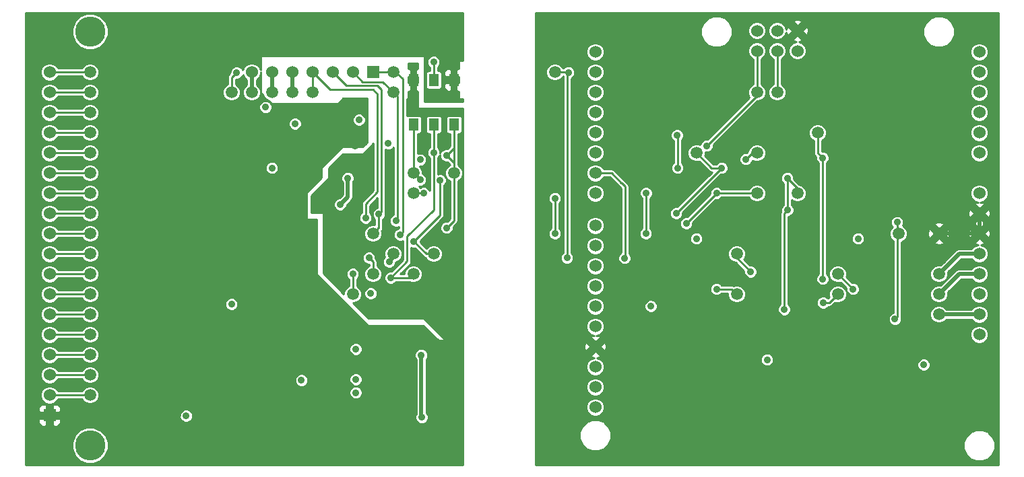
<source format=gbl>
G04 (created by PCBNEW (2013-jul-07)-stable) date Sat 18 Apr 2015 03:20:10 PM CEST*
%MOIN*%
G04 Gerber Fmt 3.4, Leading zero omitted, Abs format*
%FSLAX34Y34*%
G01*
G70*
G90*
G04 APERTURE LIST*
%ADD10C,0.00590551*%
%ADD11C,0.1495*%
%ADD12C,0.0590551*%
%ADD13R,0.05X0.061811*%
%ADD14R,0.06X0.06*%
%ADD15C,0.06*%
%ADD16C,0.035*%
%ADD17C,0.02*%
%ADD18C,0.01*%
G04 APERTURE END LIST*
G54D10*
G54D11*
X27000Y-33500D03*
X27000Y-13000D03*
G54D12*
X27000Y-28000D03*
X27000Y-30000D03*
X27000Y-25000D03*
X27000Y-17000D03*
X27000Y-19000D03*
X27000Y-21000D03*
X27000Y-23000D03*
X67000Y-23000D03*
X27000Y-26000D03*
X27000Y-24000D03*
X27000Y-22000D03*
X27000Y-20000D03*
X27000Y-18000D03*
X27000Y-16000D03*
X43000Y-25000D03*
X27000Y-27000D03*
X27000Y-29000D03*
X27000Y-31000D03*
X27000Y-15000D03*
X69000Y-27000D03*
X69000Y-26000D03*
X69000Y-25000D03*
X69000Y-23000D03*
X35000Y-16000D03*
X64000Y-25000D03*
X60000Y-19000D03*
X60000Y-16000D03*
X50000Y-15000D03*
X61000Y-16000D03*
X44000Y-24000D03*
X64000Y-26000D03*
X59000Y-24000D03*
X62000Y-21000D03*
X59000Y-26000D03*
X63000Y-18000D03*
X60000Y-21000D03*
X57000Y-19000D03*
X40000Y-26000D03*
X42000Y-24000D03*
X41000Y-25000D03*
X43000Y-20000D03*
X45000Y-20000D03*
X43000Y-21000D03*
X36000Y-16000D03*
X37000Y-16000D03*
X42000Y-15000D03*
X42000Y-16000D03*
X41000Y-23000D03*
X38000Y-16000D03*
X34000Y-16000D03*
G54D13*
X44000Y-17608D03*
X43000Y-17608D03*
X45000Y-17608D03*
X45000Y-15391D03*
X44000Y-15391D03*
X43000Y-15391D03*
G54D14*
X41000Y-15000D03*
G54D15*
X40000Y-15000D03*
X39000Y-15000D03*
X38000Y-15000D03*
X37000Y-15000D03*
X36000Y-15000D03*
X35000Y-15000D03*
G54D14*
X25000Y-32000D03*
G54D15*
X25000Y-31000D03*
X25000Y-30000D03*
X25000Y-29000D03*
X25000Y-28000D03*
X25000Y-27000D03*
X25000Y-26000D03*
X25000Y-25000D03*
X25000Y-24000D03*
X25000Y-23000D03*
X25000Y-22000D03*
X25000Y-21000D03*
X25000Y-20000D03*
X25000Y-19000D03*
X25000Y-18000D03*
X25000Y-17000D03*
X25000Y-16000D03*
X25000Y-15000D03*
X71000Y-28000D03*
X71000Y-27000D03*
X71000Y-26000D03*
X71000Y-25000D03*
X71000Y-24000D03*
X71000Y-23000D03*
X71000Y-22000D03*
X71000Y-21000D03*
X71000Y-19000D03*
X71000Y-18000D03*
X71000Y-17000D03*
X71000Y-16000D03*
X71000Y-15000D03*
X71000Y-14000D03*
X60000Y-13950D03*
X61000Y-13950D03*
X62000Y-13950D03*
X62000Y-12950D03*
X61000Y-12950D03*
X60000Y-12950D03*
X52000Y-14000D03*
X52000Y-15000D03*
X52000Y-16000D03*
X52000Y-17000D03*
X52000Y-18000D03*
X52000Y-19000D03*
X52000Y-20000D03*
X52000Y-21000D03*
X52000Y-22600D03*
X52000Y-23600D03*
X52000Y-24600D03*
X52000Y-25600D03*
X52000Y-26600D03*
X52000Y-27600D03*
X52000Y-28600D03*
X52000Y-29600D03*
X52000Y-30600D03*
X52000Y-31600D03*
G54D16*
X39374Y-21559D03*
X39750Y-20250D03*
X41748Y-18543D03*
X43330Y-19342D03*
X40885Y-25968D03*
X41874Y-25192D03*
X43996Y-18988D03*
X44310Y-20356D03*
X43019Y-23389D03*
X56500Y-22500D03*
X58000Y-21000D03*
X44629Y-19129D03*
X44641Y-22720D03*
X42334Y-23062D03*
X42133Y-22366D03*
X41291Y-22035D03*
X40629Y-22228D03*
X40000Y-25000D03*
X41800Y-24400D03*
X57996Y-25750D03*
X40800Y-24200D03*
X56000Y-22000D03*
X58250Y-19750D03*
X43500Y-21000D03*
X34000Y-26500D03*
X36000Y-19750D03*
X37141Y-17559D03*
X44000Y-14500D03*
X34251Y-15023D03*
X63250Y-19250D03*
X63250Y-25250D03*
X54500Y-23000D03*
X54503Y-20996D03*
X59681Y-24889D03*
X43334Y-20334D03*
X66929Y-22440D03*
X66826Y-27240D03*
X59444Y-19318D03*
X57511Y-18649D03*
X50594Y-24208D03*
X50665Y-15015D03*
X50000Y-23000D03*
X50000Y-21250D03*
X63267Y-26425D03*
X53448Y-24220D03*
X64750Y-25750D03*
X35685Y-16744D03*
X40150Y-30228D03*
X40150Y-28728D03*
X40150Y-30881D03*
X37460Y-30271D03*
X40307Y-17370D03*
X31751Y-32031D03*
X56062Y-19748D03*
X56047Y-18129D03*
X61350Y-26759D03*
X61500Y-20250D03*
X61507Y-21834D03*
X45000Y-14500D03*
X43000Y-16500D03*
X43114Y-26704D03*
X43251Y-28236D03*
X44750Y-27750D03*
X44649Y-20930D03*
X37681Y-18637D03*
X36000Y-19200D03*
X28500Y-32000D03*
X29000Y-31000D03*
X29000Y-30000D03*
X29000Y-29000D03*
X29000Y-28000D03*
X29000Y-27000D03*
X29000Y-26000D03*
X29000Y-25000D03*
X29000Y-24000D03*
X29000Y-23000D03*
X29000Y-22000D03*
X29000Y-21000D03*
X29000Y-20000D03*
X29000Y-19000D03*
X29000Y-18000D03*
X29000Y-17000D03*
X29000Y-16000D03*
X29000Y-15000D03*
X32000Y-16000D03*
X32000Y-31000D03*
X32000Y-30000D03*
X32000Y-29000D03*
X32000Y-28000D03*
X32000Y-27000D03*
X32000Y-26000D03*
X32000Y-25000D03*
X32000Y-15000D03*
X32000Y-17000D03*
X32000Y-18000D03*
X32000Y-19000D03*
X32000Y-20000D03*
X32000Y-21000D03*
X32000Y-22000D03*
X32000Y-24000D03*
X32000Y-23250D03*
X39303Y-28594D03*
X40122Y-18669D03*
X37681Y-32086D03*
X32535Y-32263D03*
X34748Y-30877D03*
X35842Y-29629D03*
X38051Y-20448D03*
X38866Y-25866D03*
X36003Y-28307D03*
X35000Y-28287D03*
X34000Y-28303D03*
X37007Y-28322D03*
X36704Y-25090D03*
X38618Y-17889D03*
X36716Y-20397D03*
X43700Y-24610D03*
X44539Y-31090D03*
X39173Y-19594D03*
X39173Y-20816D03*
X38736Y-24456D03*
X53279Y-30641D03*
X50535Y-30889D03*
X68633Y-31011D03*
X61750Y-24750D03*
X61500Y-28750D03*
X58000Y-22750D03*
X66000Y-22750D03*
X66250Y-18750D03*
X58250Y-18750D03*
X49543Y-20535D03*
X50535Y-26098D03*
X69500Y-28750D03*
X43413Y-32106D03*
X43385Y-29015D03*
X54750Y-26600D03*
X60500Y-29250D03*
X65000Y-23250D03*
X57000Y-23250D03*
X68250Y-29500D03*
G54D17*
X69000Y-26000D02*
X70000Y-25000D01*
X70000Y-25000D02*
X71000Y-25000D01*
X39750Y-21183D02*
X39374Y-21559D01*
X39750Y-20250D02*
X39750Y-21183D01*
X69000Y-25000D02*
X70000Y-24000D01*
X70000Y-24000D02*
X71000Y-24000D01*
X36000Y-16000D02*
X36000Y-15000D01*
G54D18*
X43996Y-18988D02*
X44000Y-18984D01*
X44000Y-18984D02*
X44000Y-17608D01*
X41874Y-25192D02*
X42807Y-25192D01*
X42807Y-25192D02*
X43000Y-25000D01*
X44000Y-19401D02*
X44000Y-21830D01*
X41874Y-25192D02*
X42688Y-24377D01*
X42688Y-23141D02*
X42688Y-24377D01*
X44000Y-21830D02*
X42688Y-23141D01*
X43996Y-18988D02*
X44000Y-18988D01*
X44000Y-19448D02*
X44000Y-19401D01*
X44000Y-19401D02*
X44000Y-18988D01*
X44310Y-22099D02*
X44310Y-20356D01*
X44310Y-22099D02*
X43019Y-23389D01*
X43019Y-23389D02*
X43629Y-24000D01*
X43629Y-24000D02*
X44000Y-24000D01*
X58000Y-21000D02*
X56500Y-22500D01*
X58000Y-21000D02*
X60000Y-21000D01*
X44629Y-19129D02*
X45000Y-19500D01*
X45000Y-19500D02*
X45000Y-20000D01*
X45000Y-17608D02*
X45000Y-20000D01*
X45000Y-18759D02*
X44629Y-19129D01*
X45000Y-22362D02*
X45000Y-21858D01*
X44641Y-22720D02*
X45000Y-22362D01*
X45000Y-22000D02*
X45000Y-21858D01*
X45000Y-21858D02*
X45000Y-20000D01*
X42000Y-15000D02*
X41000Y-15000D01*
X42464Y-15338D02*
X42125Y-15000D01*
X42464Y-15531D02*
X42464Y-15338D01*
X42125Y-15000D02*
X42000Y-15000D01*
X42334Y-23062D02*
X42464Y-22933D01*
X42464Y-22933D02*
X42464Y-15531D01*
X42464Y-15531D02*
X42464Y-15523D01*
X40743Y-15493D02*
X40493Y-15493D01*
X41493Y-15493D02*
X40743Y-15493D01*
X42000Y-16000D02*
X41493Y-15493D01*
X40493Y-15493D02*
X40000Y-15000D01*
X42212Y-16346D02*
X42212Y-16212D01*
X42212Y-16468D02*
X42212Y-16346D01*
X42133Y-22366D02*
X42212Y-22287D01*
X42212Y-22287D02*
X42212Y-16468D01*
X42212Y-16212D02*
X42000Y-16000D01*
X39925Y-15673D02*
X39673Y-15673D01*
X39673Y-15673D02*
X39000Y-15000D01*
X41291Y-22035D02*
X41291Y-22708D01*
X41291Y-22708D02*
X41000Y-23000D01*
X41405Y-16574D02*
X41405Y-15870D01*
X41405Y-21921D02*
X41405Y-16574D01*
X41291Y-22035D02*
X41405Y-21921D01*
X41208Y-15673D02*
X39925Y-15673D01*
X39925Y-15673D02*
X39923Y-15673D01*
X41405Y-15870D02*
X41208Y-15673D01*
X41291Y-22035D02*
X41271Y-22015D01*
X38000Y-16000D02*
X38000Y-15000D01*
X39114Y-15862D02*
X38862Y-15862D01*
X38862Y-15862D02*
X38000Y-15000D01*
X40629Y-22228D02*
X40629Y-21531D01*
X41000Y-15862D02*
X39114Y-15862D01*
X39114Y-15862D02*
X39112Y-15862D01*
X41224Y-16086D02*
X41000Y-15862D01*
X41224Y-20937D02*
X41224Y-16086D01*
X40629Y-21531D02*
X41224Y-20937D01*
X40000Y-25000D02*
X40000Y-26000D01*
X42000Y-24000D02*
X42000Y-24200D01*
X42000Y-24200D02*
X41800Y-24400D01*
X59000Y-26000D02*
X58750Y-25750D01*
X58750Y-25750D02*
X57996Y-25750D01*
X40800Y-24200D02*
X41000Y-24400D01*
X41000Y-24400D02*
X41000Y-25000D01*
X58250Y-19750D02*
X56000Y-22000D01*
X58250Y-19750D02*
X57750Y-19750D01*
X57750Y-19750D02*
X57000Y-19000D01*
X43500Y-21000D02*
X43000Y-21000D01*
G54D17*
X69000Y-27000D02*
X71000Y-27000D01*
G54D18*
X44000Y-15391D02*
X44000Y-14500D01*
X34000Y-16000D02*
X34000Y-15275D01*
X34000Y-15275D02*
X34251Y-15023D01*
X25000Y-15000D02*
X27000Y-15000D01*
G54D17*
X37000Y-16000D02*
X37000Y-15000D01*
G54D18*
X25000Y-30000D02*
X27000Y-30000D01*
X25000Y-31000D02*
X27000Y-31000D01*
X25000Y-28000D02*
X27000Y-28000D01*
X25000Y-29000D02*
X27000Y-29000D01*
X25000Y-26000D02*
X27000Y-26000D01*
X25000Y-27000D02*
X27000Y-27000D01*
X25000Y-24000D02*
X27000Y-24000D01*
X25000Y-25000D02*
X27000Y-25000D01*
X25000Y-22000D02*
X27000Y-22000D01*
X25000Y-23000D02*
X27000Y-23000D01*
X25000Y-20000D02*
X27000Y-20000D01*
X25000Y-21000D02*
X27000Y-21000D01*
X25000Y-18000D02*
X27000Y-18000D01*
X25000Y-19000D02*
X27000Y-19000D01*
X25000Y-16000D02*
X27000Y-16000D01*
X25000Y-17000D02*
X27000Y-17000D01*
X63000Y-18000D02*
X63000Y-19000D01*
X63000Y-19000D02*
X63250Y-19250D01*
X63250Y-25250D02*
X63250Y-19250D01*
X54500Y-23000D02*
X54500Y-21000D01*
X54500Y-21000D02*
X54503Y-20996D01*
X59000Y-24000D02*
X59000Y-24208D01*
X59000Y-24208D02*
X59681Y-24889D01*
X43000Y-17608D02*
X43000Y-20000D01*
X43334Y-20334D02*
X43000Y-20000D01*
X67000Y-23000D02*
X66929Y-22929D01*
X66929Y-22929D02*
X66929Y-22440D01*
X66929Y-27137D02*
X66929Y-22440D01*
X66826Y-27240D02*
X66929Y-27137D01*
X59763Y-19000D02*
X60000Y-19000D01*
X59444Y-19318D02*
X59763Y-19000D01*
X60000Y-13950D02*
X60000Y-16000D01*
X60000Y-16000D02*
X60000Y-16161D01*
X60000Y-16161D02*
X57511Y-18649D01*
X50000Y-15000D02*
X50649Y-15000D01*
X50649Y-15000D02*
X50665Y-15015D01*
X50594Y-24208D02*
X50594Y-15086D01*
X50594Y-15086D02*
X50665Y-15015D01*
X50000Y-23000D02*
X50000Y-21250D01*
X61000Y-16000D02*
X61000Y-13950D01*
X63574Y-26425D02*
X64000Y-26000D01*
X63267Y-26425D02*
X63574Y-26425D01*
X53289Y-20490D02*
X52799Y-20000D01*
X53299Y-20500D02*
X53468Y-20669D01*
X53289Y-20490D02*
X53299Y-20500D01*
X53468Y-20669D02*
X53468Y-24200D01*
X53448Y-24220D02*
X53468Y-24200D01*
X52799Y-20000D02*
X52000Y-20000D01*
X64750Y-25750D02*
X64000Y-25000D01*
G54D17*
X35000Y-16000D02*
X35000Y-15000D01*
X40150Y-30228D02*
X40149Y-30228D01*
X40150Y-28728D02*
X40149Y-28728D01*
X40150Y-30881D02*
X40149Y-30881D01*
G54D18*
X56062Y-18145D02*
X56062Y-19748D01*
X56047Y-18129D02*
X56062Y-18145D01*
X62000Y-21000D02*
X62000Y-20750D01*
X62000Y-20750D02*
X61500Y-20250D01*
X61350Y-21992D02*
X61507Y-21834D01*
X61350Y-26759D02*
X61350Y-21992D01*
X61507Y-20257D02*
X61507Y-21834D01*
X61507Y-20257D02*
X61500Y-20250D01*
G54D17*
X45000Y-15391D02*
X45000Y-14500D01*
X43000Y-15391D02*
X43000Y-16500D01*
X71000Y-23000D02*
X71000Y-22000D01*
X69000Y-23000D02*
X71000Y-23000D01*
X43385Y-32078D02*
X43413Y-32106D01*
X43385Y-29015D02*
X43385Y-32078D01*
G54D10*
G36*
X45450Y-34450D02*
X43738Y-34450D01*
X43738Y-32041D01*
X43689Y-31922D01*
X43635Y-31869D01*
X43635Y-29225D01*
X43661Y-29200D01*
X43710Y-29080D01*
X43710Y-28951D01*
X43661Y-28831D01*
X43570Y-28740D01*
X43450Y-28690D01*
X43321Y-28690D01*
X43201Y-28740D01*
X43110Y-28831D01*
X43060Y-28950D01*
X43060Y-29080D01*
X43110Y-29199D01*
X43135Y-29225D01*
X43135Y-31927D01*
X43088Y-32041D01*
X43088Y-32170D01*
X43137Y-32290D01*
X43229Y-32381D01*
X43348Y-32431D01*
X43477Y-32431D01*
X43597Y-32381D01*
X43688Y-32290D01*
X43738Y-32171D01*
X43738Y-32041D01*
X43738Y-34450D01*
X40475Y-34450D01*
X40475Y-30817D01*
X40475Y-30163D01*
X40475Y-28663D01*
X40425Y-28544D01*
X40334Y-28452D01*
X40214Y-28403D01*
X40085Y-28403D01*
X39966Y-28452D01*
X39874Y-28544D01*
X39825Y-28663D01*
X39824Y-28792D01*
X39874Y-28912D01*
X39965Y-29003D01*
X40085Y-29053D01*
X40214Y-29053D01*
X40333Y-29004D01*
X40425Y-28912D01*
X40474Y-28793D01*
X40475Y-28663D01*
X40475Y-30163D01*
X40425Y-30044D01*
X40334Y-29952D01*
X40214Y-29903D01*
X40085Y-29903D01*
X39966Y-29952D01*
X39874Y-30044D01*
X39825Y-30163D01*
X39824Y-30292D01*
X39874Y-30412D01*
X39965Y-30503D01*
X40085Y-30553D01*
X40214Y-30553D01*
X40333Y-30504D01*
X40425Y-30412D01*
X40474Y-30293D01*
X40475Y-30163D01*
X40475Y-30817D01*
X40425Y-30698D01*
X40334Y-30606D01*
X40214Y-30556D01*
X40085Y-30556D01*
X39966Y-30606D01*
X39874Y-30697D01*
X39825Y-30816D01*
X39824Y-30946D01*
X39874Y-31065D01*
X39965Y-31157D01*
X40085Y-31206D01*
X40214Y-31206D01*
X40333Y-31157D01*
X40425Y-31066D01*
X40474Y-30946D01*
X40475Y-30817D01*
X40475Y-34450D01*
X37785Y-34450D01*
X37785Y-30207D01*
X37736Y-30087D01*
X37644Y-29996D01*
X37525Y-29946D01*
X37466Y-29946D01*
X37466Y-17494D01*
X37417Y-17375D01*
X37326Y-17283D01*
X37206Y-17234D01*
X37077Y-17233D01*
X36957Y-17283D01*
X36866Y-17374D01*
X36816Y-17494D01*
X36816Y-17623D01*
X36866Y-17742D01*
X36957Y-17834D01*
X37076Y-17883D01*
X37206Y-17884D01*
X37325Y-17834D01*
X37417Y-17743D01*
X37466Y-17623D01*
X37466Y-17494D01*
X37466Y-29946D01*
X37396Y-29946D01*
X37276Y-29995D01*
X37185Y-30087D01*
X37135Y-30206D01*
X37135Y-30336D01*
X37184Y-30455D01*
X37276Y-30547D01*
X37395Y-30596D01*
X37524Y-30596D01*
X37644Y-30547D01*
X37735Y-30455D01*
X37785Y-30336D01*
X37785Y-30207D01*
X37785Y-34450D01*
X36325Y-34450D01*
X36325Y-19685D01*
X36275Y-19566D01*
X36184Y-19474D01*
X36064Y-19425D01*
X36010Y-19425D01*
X36010Y-16679D01*
X35960Y-16560D01*
X35869Y-16468D01*
X35749Y-16419D01*
X35620Y-16419D01*
X35501Y-16468D01*
X35409Y-16559D01*
X35360Y-16679D01*
X35359Y-16808D01*
X35409Y-16927D01*
X35500Y-17019D01*
X35620Y-17069D01*
X35749Y-17069D01*
X35868Y-17019D01*
X35960Y-16928D01*
X36009Y-16809D01*
X36010Y-16679D01*
X36010Y-19425D01*
X35935Y-19424D01*
X35816Y-19474D01*
X35724Y-19565D01*
X35675Y-19685D01*
X35674Y-19814D01*
X35724Y-19933D01*
X35815Y-20025D01*
X35935Y-20074D01*
X36064Y-20075D01*
X36183Y-20025D01*
X36275Y-19934D01*
X36324Y-19814D01*
X36325Y-19685D01*
X36325Y-34450D01*
X34325Y-34450D01*
X34325Y-26435D01*
X34275Y-26316D01*
X34184Y-26224D01*
X34064Y-26175D01*
X33935Y-26174D01*
X33816Y-26224D01*
X33724Y-26315D01*
X33675Y-26435D01*
X33674Y-26564D01*
X33724Y-26683D01*
X33815Y-26775D01*
X33935Y-26824D01*
X34064Y-26825D01*
X34183Y-26775D01*
X34275Y-26684D01*
X34324Y-26564D01*
X34325Y-26435D01*
X34325Y-34450D01*
X32077Y-34450D01*
X32077Y-31967D01*
X32027Y-31847D01*
X31936Y-31756D01*
X31816Y-31706D01*
X31687Y-31706D01*
X31568Y-31755D01*
X31476Y-31847D01*
X31427Y-31966D01*
X31426Y-32095D01*
X31476Y-32215D01*
X31567Y-32306D01*
X31687Y-32356D01*
X31816Y-32356D01*
X31935Y-32307D01*
X32027Y-32215D01*
X32076Y-32096D01*
X32077Y-31967D01*
X32077Y-34450D01*
X27897Y-34450D01*
X27897Y-33322D01*
X27897Y-12822D01*
X27761Y-12492D01*
X27509Y-12239D01*
X27179Y-12102D01*
X26822Y-12102D01*
X26492Y-12238D01*
X26239Y-12490D01*
X26102Y-12820D01*
X26102Y-13177D01*
X26238Y-13507D01*
X26490Y-13760D01*
X26820Y-13897D01*
X27177Y-13897D01*
X27507Y-13761D01*
X27760Y-13509D01*
X27897Y-13179D01*
X27897Y-12822D01*
X27897Y-33322D01*
X27761Y-32992D01*
X27509Y-32739D01*
X27445Y-32713D01*
X27445Y-30911D01*
X27445Y-29911D01*
X27445Y-28911D01*
X27445Y-27911D01*
X27445Y-26911D01*
X27445Y-25911D01*
X27445Y-24911D01*
X27445Y-23911D01*
X27445Y-22911D01*
X27445Y-21911D01*
X27445Y-20911D01*
X27445Y-19911D01*
X27445Y-18911D01*
X27445Y-17911D01*
X27445Y-16911D01*
X27445Y-15911D01*
X27445Y-14911D01*
X27377Y-14748D01*
X27252Y-14622D01*
X27088Y-14554D01*
X26911Y-14554D01*
X26748Y-14622D01*
X26622Y-14747D01*
X26600Y-14800D01*
X25404Y-14800D01*
X25381Y-14745D01*
X25255Y-14618D01*
X25089Y-14550D01*
X24910Y-14549D01*
X24745Y-14618D01*
X24618Y-14744D01*
X24550Y-14910D01*
X24549Y-15089D01*
X24618Y-15254D01*
X24744Y-15381D01*
X24910Y-15449D01*
X25089Y-15450D01*
X25254Y-15381D01*
X25381Y-15255D01*
X25404Y-15200D01*
X26600Y-15200D01*
X26622Y-15251D01*
X26747Y-15377D01*
X26911Y-15445D01*
X27088Y-15445D01*
X27251Y-15377D01*
X27377Y-15252D01*
X27445Y-15088D01*
X27445Y-14911D01*
X27445Y-15911D01*
X27377Y-15748D01*
X27252Y-15622D01*
X27088Y-15554D01*
X26911Y-15554D01*
X26748Y-15622D01*
X26622Y-15747D01*
X26600Y-15800D01*
X25404Y-15800D01*
X25381Y-15745D01*
X25255Y-15618D01*
X25089Y-15550D01*
X24910Y-15549D01*
X24745Y-15618D01*
X24618Y-15744D01*
X24550Y-15910D01*
X24549Y-16089D01*
X24618Y-16254D01*
X24744Y-16381D01*
X24910Y-16449D01*
X25089Y-16450D01*
X25254Y-16381D01*
X25381Y-16255D01*
X25404Y-16200D01*
X26600Y-16200D01*
X26622Y-16251D01*
X26747Y-16377D01*
X26911Y-16445D01*
X27088Y-16445D01*
X27251Y-16377D01*
X27377Y-16252D01*
X27445Y-16088D01*
X27445Y-15911D01*
X27445Y-16911D01*
X27377Y-16748D01*
X27252Y-16622D01*
X27088Y-16554D01*
X26911Y-16554D01*
X26748Y-16622D01*
X26622Y-16747D01*
X26600Y-16800D01*
X25404Y-16800D01*
X25381Y-16745D01*
X25255Y-16618D01*
X25089Y-16550D01*
X24910Y-16549D01*
X24745Y-16618D01*
X24618Y-16744D01*
X24550Y-16910D01*
X24549Y-17089D01*
X24618Y-17254D01*
X24744Y-17381D01*
X24910Y-17449D01*
X25089Y-17450D01*
X25254Y-17381D01*
X25381Y-17255D01*
X25404Y-17200D01*
X26600Y-17200D01*
X26622Y-17251D01*
X26747Y-17377D01*
X26911Y-17445D01*
X27088Y-17445D01*
X27251Y-17377D01*
X27377Y-17252D01*
X27445Y-17088D01*
X27445Y-16911D01*
X27445Y-17911D01*
X27377Y-17748D01*
X27252Y-17622D01*
X27088Y-17554D01*
X26911Y-17554D01*
X26748Y-17622D01*
X26622Y-17747D01*
X26600Y-17800D01*
X25404Y-17800D01*
X25381Y-17745D01*
X25255Y-17618D01*
X25089Y-17550D01*
X24910Y-17549D01*
X24745Y-17618D01*
X24618Y-17744D01*
X24550Y-17910D01*
X24549Y-18089D01*
X24618Y-18254D01*
X24744Y-18381D01*
X24910Y-18449D01*
X25089Y-18450D01*
X25254Y-18381D01*
X25381Y-18255D01*
X25404Y-18200D01*
X26600Y-18200D01*
X26622Y-18251D01*
X26747Y-18377D01*
X26911Y-18445D01*
X27088Y-18445D01*
X27251Y-18377D01*
X27377Y-18252D01*
X27445Y-18088D01*
X27445Y-17911D01*
X27445Y-18911D01*
X27377Y-18748D01*
X27252Y-18622D01*
X27088Y-18554D01*
X26911Y-18554D01*
X26748Y-18622D01*
X26622Y-18747D01*
X26600Y-18800D01*
X25404Y-18800D01*
X25381Y-18745D01*
X25255Y-18618D01*
X25089Y-18550D01*
X24910Y-18549D01*
X24745Y-18618D01*
X24618Y-18744D01*
X24550Y-18910D01*
X24549Y-19089D01*
X24618Y-19254D01*
X24744Y-19381D01*
X24910Y-19449D01*
X25089Y-19450D01*
X25254Y-19381D01*
X25381Y-19255D01*
X25404Y-19200D01*
X26600Y-19200D01*
X26622Y-19251D01*
X26747Y-19377D01*
X26911Y-19445D01*
X27088Y-19445D01*
X27251Y-19377D01*
X27377Y-19252D01*
X27445Y-19088D01*
X27445Y-18911D01*
X27445Y-19911D01*
X27377Y-19748D01*
X27252Y-19622D01*
X27088Y-19554D01*
X26911Y-19554D01*
X26748Y-19622D01*
X26622Y-19747D01*
X26600Y-19800D01*
X25404Y-19800D01*
X25381Y-19745D01*
X25255Y-19618D01*
X25089Y-19550D01*
X24910Y-19549D01*
X24745Y-19618D01*
X24618Y-19744D01*
X24550Y-19910D01*
X24549Y-20089D01*
X24618Y-20254D01*
X24744Y-20381D01*
X24910Y-20449D01*
X25089Y-20450D01*
X25254Y-20381D01*
X25381Y-20255D01*
X25404Y-20200D01*
X26600Y-20200D01*
X26622Y-20251D01*
X26747Y-20377D01*
X26911Y-20445D01*
X27088Y-20445D01*
X27251Y-20377D01*
X27377Y-20252D01*
X27445Y-20088D01*
X27445Y-19911D01*
X27445Y-20911D01*
X27377Y-20748D01*
X27252Y-20622D01*
X27088Y-20554D01*
X26911Y-20554D01*
X26748Y-20622D01*
X26622Y-20747D01*
X26600Y-20800D01*
X25404Y-20800D01*
X25381Y-20745D01*
X25255Y-20618D01*
X25089Y-20550D01*
X24910Y-20549D01*
X24745Y-20618D01*
X24618Y-20744D01*
X24550Y-20910D01*
X24549Y-21089D01*
X24618Y-21254D01*
X24744Y-21381D01*
X24910Y-21449D01*
X25089Y-21450D01*
X25254Y-21381D01*
X25381Y-21255D01*
X25404Y-21200D01*
X26600Y-21200D01*
X26622Y-21251D01*
X26747Y-21377D01*
X26911Y-21445D01*
X27088Y-21445D01*
X27251Y-21377D01*
X27377Y-21252D01*
X27445Y-21088D01*
X27445Y-20911D01*
X27445Y-21911D01*
X27377Y-21748D01*
X27252Y-21622D01*
X27088Y-21554D01*
X26911Y-21554D01*
X26748Y-21622D01*
X26622Y-21747D01*
X26600Y-21800D01*
X25404Y-21800D01*
X25381Y-21745D01*
X25255Y-21618D01*
X25089Y-21550D01*
X24910Y-21549D01*
X24745Y-21618D01*
X24618Y-21744D01*
X24550Y-21910D01*
X24549Y-22089D01*
X24618Y-22254D01*
X24744Y-22381D01*
X24910Y-22449D01*
X25089Y-22450D01*
X25254Y-22381D01*
X25381Y-22255D01*
X25404Y-22200D01*
X26600Y-22200D01*
X26622Y-22251D01*
X26747Y-22377D01*
X26911Y-22445D01*
X27088Y-22445D01*
X27251Y-22377D01*
X27377Y-22252D01*
X27445Y-22088D01*
X27445Y-21911D01*
X27445Y-22911D01*
X27377Y-22748D01*
X27252Y-22622D01*
X27088Y-22554D01*
X26911Y-22554D01*
X26748Y-22622D01*
X26622Y-22747D01*
X26600Y-22800D01*
X25404Y-22800D01*
X25381Y-22745D01*
X25255Y-22618D01*
X25089Y-22550D01*
X24910Y-22549D01*
X24745Y-22618D01*
X24618Y-22744D01*
X24550Y-22910D01*
X24549Y-23089D01*
X24618Y-23254D01*
X24744Y-23381D01*
X24910Y-23449D01*
X25089Y-23450D01*
X25254Y-23381D01*
X25381Y-23255D01*
X25404Y-23200D01*
X26600Y-23200D01*
X26622Y-23251D01*
X26747Y-23377D01*
X26911Y-23445D01*
X27088Y-23445D01*
X27251Y-23377D01*
X27377Y-23252D01*
X27445Y-23088D01*
X27445Y-22911D01*
X27445Y-23911D01*
X27377Y-23748D01*
X27252Y-23622D01*
X27088Y-23554D01*
X26911Y-23554D01*
X26748Y-23622D01*
X26622Y-23747D01*
X26600Y-23800D01*
X25404Y-23800D01*
X25381Y-23745D01*
X25255Y-23618D01*
X25089Y-23550D01*
X24910Y-23549D01*
X24745Y-23618D01*
X24618Y-23744D01*
X24550Y-23910D01*
X24549Y-24089D01*
X24618Y-24254D01*
X24744Y-24381D01*
X24910Y-24449D01*
X25089Y-24450D01*
X25254Y-24381D01*
X25381Y-24255D01*
X25404Y-24200D01*
X26600Y-24200D01*
X26622Y-24251D01*
X26747Y-24377D01*
X26911Y-24445D01*
X27088Y-24445D01*
X27251Y-24377D01*
X27377Y-24252D01*
X27445Y-24088D01*
X27445Y-23911D01*
X27445Y-24911D01*
X27377Y-24748D01*
X27252Y-24622D01*
X27088Y-24554D01*
X26911Y-24554D01*
X26748Y-24622D01*
X26622Y-24747D01*
X26600Y-24800D01*
X25404Y-24800D01*
X25381Y-24745D01*
X25255Y-24618D01*
X25089Y-24550D01*
X24910Y-24549D01*
X24745Y-24618D01*
X24618Y-24744D01*
X24550Y-24910D01*
X24549Y-25089D01*
X24618Y-25254D01*
X24744Y-25381D01*
X24910Y-25449D01*
X25089Y-25450D01*
X25254Y-25381D01*
X25381Y-25255D01*
X25404Y-25200D01*
X26600Y-25200D01*
X26622Y-25251D01*
X26747Y-25377D01*
X26911Y-25445D01*
X27088Y-25445D01*
X27251Y-25377D01*
X27377Y-25252D01*
X27445Y-25088D01*
X27445Y-24911D01*
X27445Y-25911D01*
X27377Y-25748D01*
X27252Y-25622D01*
X27088Y-25554D01*
X26911Y-25554D01*
X26748Y-25622D01*
X26622Y-25747D01*
X26600Y-25800D01*
X25404Y-25800D01*
X25381Y-25745D01*
X25255Y-25618D01*
X25089Y-25550D01*
X24910Y-25549D01*
X24745Y-25618D01*
X24618Y-25744D01*
X24550Y-25910D01*
X24549Y-26089D01*
X24618Y-26254D01*
X24744Y-26381D01*
X24910Y-26449D01*
X25089Y-26450D01*
X25254Y-26381D01*
X25381Y-26255D01*
X25404Y-26200D01*
X26600Y-26200D01*
X26622Y-26251D01*
X26747Y-26377D01*
X26911Y-26445D01*
X27088Y-26445D01*
X27251Y-26377D01*
X27377Y-26252D01*
X27445Y-26088D01*
X27445Y-25911D01*
X27445Y-26911D01*
X27377Y-26748D01*
X27252Y-26622D01*
X27088Y-26554D01*
X26911Y-26554D01*
X26748Y-26622D01*
X26622Y-26747D01*
X26600Y-26800D01*
X25404Y-26800D01*
X25381Y-26745D01*
X25255Y-26618D01*
X25089Y-26550D01*
X24910Y-26549D01*
X24745Y-26618D01*
X24618Y-26744D01*
X24550Y-26910D01*
X24549Y-27089D01*
X24618Y-27254D01*
X24744Y-27381D01*
X24910Y-27449D01*
X25089Y-27450D01*
X25254Y-27381D01*
X25381Y-27255D01*
X25404Y-27200D01*
X26600Y-27200D01*
X26622Y-27251D01*
X26747Y-27377D01*
X26911Y-27445D01*
X27088Y-27445D01*
X27251Y-27377D01*
X27377Y-27252D01*
X27445Y-27088D01*
X27445Y-26911D01*
X27445Y-27911D01*
X27377Y-27748D01*
X27252Y-27622D01*
X27088Y-27554D01*
X26911Y-27554D01*
X26748Y-27622D01*
X26622Y-27747D01*
X26600Y-27800D01*
X25404Y-27800D01*
X25381Y-27745D01*
X25255Y-27618D01*
X25089Y-27550D01*
X24910Y-27549D01*
X24745Y-27618D01*
X24618Y-27744D01*
X24550Y-27910D01*
X24549Y-28089D01*
X24618Y-28254D01*
X24744Y-28381D01*
X24910Y-28449D01*
X25089Y-28450D01*
X25254Y-28381D01*
X25381Y-28255D01*
X25404Y-28200D01*
X26600Y-28200D01*
X26622Y-28251D01*
X26747Y-28377D01*
X26911Y-28445D01*
X27088Y-28445D01*
X27251Y-28377D01*
X27377Y-28252D01*
X27445Y-28088D01*
X27445Y-27911D01*
X27445Y-28911D01*
X27377Y-28748D01*
X27252Y-28622D01*
X27088Y-28554D01*
X26911Y-28554D01*
X26748Y-28622D01*
X26622Y-28747D01*
X26600Y-28800D01*
X25404Y-28800D01*
X25381Y-28745D01*
X25255Y-28618D01*
X25089Y-28550D01*
X24910Y-28549D01*
X24745Y-28618D01*
X24618Y-28744D01*
X24550Y-28910D01*
X24549Y-29089D01*
X24618Y-29254D01*
X24744Y-29381D01*
X24910Y-29449D01*
X25089Y-29450D01*
X25254Y-29381D01*
X25381Y-29255D01*
X25404Y-29200D01*
X26600Y-29200D01*
X26622Y-29251D01*
X26747Y-29377D01*
X26911Y-29445D01*
X27088Y-29445D01*
X27251Y-29377D01*
X27377Y-29252D01*
X27445Y-29088D01*
X27445Y-28911D01*
X27445Y-29911D01*
X27377Y-29748D01*
X27252Y-29622D01*
X27088Y-29554D01*
X26911Y-29554D01*
X26748Y-29622D01*
X26622Y-29747D01*
X26600Y-29800D01*
X25404Y-29800D01*
X25381Y-29745D01*
X25255Y-29618D01*
X25089Y-29550D01*
X24910Y-29549D01*
X24745Y-29618D01*
X24618Y-29744D01*
X24550Y-29910D01*
X24549Y-30089D01*
X24618Y-30254D01*
X24744Y-30381D01*
X24910Y-30449D01*
X25089Y-30450D01*
X25254Y-30381D01*
X25381Y-30255D01*
X25404Y-30200D01*
X26600Y-30200D01*
X26622Y-30251D01*
X26747Y-30377D01*
X26911Y-30445D01*
X27088Y-30445D01*
X27251Y-30377D01*
X27377Y-30252D01*
X27445Y-30088D01*
X27445Y-29911D01*
X27445Y-30911D01*
X27377Y-30748D01*
X27252Y-30622D01*
X27088Y-30554D01*
X26911Y-30554D01*
X26748Y-30622D01*
X26622Y-30747D01*
X26600Y-30800D01*
X25404Y-30800D01*
X25381Y-30745D01*
X25255Y-30618D01*
X25089Y-30550D01*
X24910Y-30549D01*
X24745Y-30618D01*
X24618Y-30744D01*
X24550Y-30910D01*
X24549Y-31089D01*
X24618Y-31254D01*
X24744Y-31381D01*
X24910Y-31449D01*
X25089Y-31450D01*
X25254Y-31381D01*
X25381Y-31255D01*
X25404Y-31200D01*
X26600Y-31200D01*
X26622Y-31251D01*
X26747Y-31377D01*
X26911Y-31445D01*
X27088Y-31445D01*
X27251Y-31377D01*
X27377Y-31252D01*
X27445Y-31088D01*
X27445Y-30911D01*
X27445Y-32713D01*
X27179Y-32602D01*
X26822Y-32602D01*
X26492Y-32738D01*
X26239Y-32990D01*
X26102Y-33320D01*
X26102Y-33677D01*
X26238Y-34007D01*
X26490Y-34260D01*
X26820Y-34397D01*
X27177Y-34397D01*
X27507Y-34261D01*
X27760Y-34009D01*
X27897Y-33679D01*
X27897Y-33322D01*
X27897Y-34450D01*
X25550Y-34450D01*
X25550Y-32349D01*
X25550Y-31650D01*
X25512Y-31558D01*
X25441Y-31488D01*
X25349Y-31450D01*
X25250Y-31449D01*
X25212Y-31450D01*
X25150Y-31512D01*
X25150Y-31850D01*
X25487Y-31850D01*
X25550Y-31787D01*
X25550Y-31650D01*
X25550Y-32349D01*
X25550Y-32212D01*
X25487Y-32150D01*
X25150Y-32150D01*
X25150Y-32487D01*
X25212Y-32550D01*
X25250Y-32550D01*
X25349Y-32549D01*
X25441Y-32511D01*
X25512Y-32441D01*
X25550Y-32349D01*
X25550Y-34450D01*
X24850Y-34450D01*
X24850Y-32487D01*
X24850Y-32150D01*
X24850Y-31850D01*
X24850Y-31512D01*
X24787Y-31450D01*
X24749Y-31449D01*
X24650Y-31450D01*
X24558Y-31488D01*
X24487Y-31558D01*
X24449Y-31650D01*
X24450Y-31787D01*
X24512Y-31850D01*
X24850Y-31850D01*
X24850Y-32150D01*
X24512Y-32150D01*
X24450Y-32212D01*
X24449Y-32349D01*
X24487Y-32441D01*
X24558Y-32511D01*
X24650Y-32549D01*
X24749Y-32550D01*
X24787Y-32550D01*
X24850Y-32487D01*
X24850Y-34450D01*
X23800Y-34450D01*
X23800Y-12050D01*
X45450Y-12050D01*
X45450Y-14441D01*
X45250Y-14441D01*
X45250Y-14832D01*
X45187Y-14832D01*
X45125Y-14895D01*
X45125Y-15237D01*
X45250Y-15237D01*
X45250Y-15546D01*
X45125Y-15546D01*
X45125Y-15888D01*
X45187Y-15950D01*
X45250Y-15950D01*
X45250Y-16341D01*
X45450Y-16341D01*
X45450Y-16450D01*
X44875Y-16450D01*
X44875Y-15888D01*
X44875Y-15546D01*
X44875Y-15237D01*
X44875Y-14895D01*
X44812Y-14832D01*
X44700Y-14832D01*
X44608Y-14870D01*
X44538Y-14940D01*
X44500Y-15032D01*
X44499Y-15132D01*
X44500Y-15174D01*
X44562Y-15237D01*
X44875Y-15237D01*
X44875Y-15546D01*
X44562Y-15546D01*
X44500Y-15608D01*
X44499Y-15651D01*
X44500Y-15750D01*
X44538Y-15842D01*
X44608Y-15912D01*
X44700Y-15950D01*
X44812Y-15950D01*
X44875Y-15888D01*
X44875Y-16450D01*
X44400Y-16450D01*
X44400Y-15671D01*
X44400Y-15052D01*
X44377Y-14997D01*
X44335Y-14955D01*
X44279Y-14932D01*
X44220Y-14932D01*
X44200Y-14932D01*
X44200Y-14759D01*
X44275Y-14684D01*
X44324Y-14564D01*
X44325Y-14435D01*
X44275Y-14316D01*
X44184Y-14224D01*
X44064Y-14175D01*
X43935Y-14174D01*
X43816Y-14224D01*
X43724Y-14315D01*
X43675Y-14435D01*
X43674Y-14564D01*
X43724Y-14683D01*
X43800Y-14759D01*
X43800Y-14932D01*
X43720Y-14932D01*
X43665Y-14955D01*
X43622Y-14997D01*
X43600Y-15052D01*
X43599Y-15112D01*
X43599Y-15730D01*
X43622Y-15785D01*
X43664Y-15827D01*
X43720Y-15850D01*
X43779Y-15850D01*
X44279Y-15850D01*
X44334Y-15828D01*
X44377Y-15785D01*
X44399Y-15730D01*
X44400Y-15671D01*
X44400Y-16450D01*
X43550Y-16450D01*
X43550Y-14200D01*
X35450Y-14200D01*
X35450Y-14910D01*
X35381Y-14745D01*
X35255Y-14618D01*
X35089Y-14550D01*
X34910Y-14549D01*
X34745Y-14618D01*
X34618Y-14744D01*
X34553Y-14902D01*
X34527Y-14839D01*
X34436Y-14748D01*
X34316Y-14698D01*
X34187Y-14698D01*
X34068Y-14747D01*
X33976Y-14839D01*
X33927Y-14958D01*
X33926Y-15065D01*
X33858Y-15134D01*
X33815Y-15199D01*
X33800Y-15275D01*
X33800Y-15600D01*
X33748Y-15622D01*
X33622Y-15747D01*
X33554Y-15911D01*
X33554Y-16088D01*
X33622Y-16251D01*
X33747Y-16377D01*
X33911Y-16445D01*
X34088Y-16445D01*
X34251Y-16377D01*
X34377Y-16252D01*
X34445Y-16088D01*
X34445Y-15911D01*
X34377Y-15748D01*
X34252Y-15622D01*
X34200Y-15600D01*
X34200Y-15358D01*
X34209Y-15348D01*
X34316Y-15348D01*
X34435Y-15299D01*
X34527Y-15207D01*
X34563Y-15121D01*
X34618Y-15254D01*
X34744Y-15381D01*
X34750Y-15383D01*
X34750Y-15621D01*
X34748Y-15622D01*
X34622Y-15747D01*
X34554Y-15911D01*
X34554Y-16088D01*
X34622Y-16251D01*
X34747Y-16377D01*
X34911Y-16445D01*
X35088Y-16445D01*
X35251Y-16377D01*
X35377Y-16252D01*
X35445Y-16088D01*
X35445Y-15911D01*
X35377Y-15748D01*
X35252Y-15622D01*
X35250Y-15621D01*
X35250Y-15383D01*
X35254Y-15381D01*
X35381Y-15255D01*
X35449Y-15089D01*
X35450Y-14999D01*
X35450Y-16020D01*
X35580Y-16151D01*
X35622Y-16251D01*
X35747Y-16377D01*
X35848Y-16419D01*
X35979Y-16550D01*
X39270Y-16550D01*
X39520Y-16300D01*
X40700Y-16300D01*
X40700Y-18479D01*
X40632Y-18547D01*
X40632Y-17305D01*
X40582Y-17186D01*
X40491Y-17094D01*
X40372Y-17045D01*
X40242Y-17045D01*
X40123Y-17094D01*
X40031Y-17185D01*
X39982Y-17305D01*
X39982Y-17434D01*
X40031Y-17553D01*
X40122Y-17645D01*
X40242Y-17695D01*
X40371Y-17695D01*
X40490Y-17645D01*
X40582Y-17554D01*
X40632Y-17435D01*
X40632Y-17305D01*
X40632Y-18547D01*
X40479Y-18700D01*
X39479Y-18700D01*
X38450Y-19729D01*
X38450Y-20229D01*
X37700Y-20979D01*
X37700Y-22300D01*
X38200Y-22300D01*
X38200Y-25020D01*
X40729Y-27550D01*
X43479Y-27550D01*
X44229Y-28300D01*
X44620Y-28300D01*
X43520Y-27200D01*
X41445Y-27200D01*
X41445Y-24911D01*
X41377Y-24748D01*
X41252Y-24622D01*
X41200Y-24600D01*
X41200Y-24400D01*
X41184Y-24323D01*
X41184Y-24323D01*
X41170Y-24301D01*
X41141Y-24258D01*
X41141Y-24258D01*
X41124Y-24242D01*
X41125Y-24135D01*
X41075Y-24016D01*
X40984Y-23924D01*
X40864Y-23875D01*
X40735Y-23874D01*
X40616Y-23924D01*
X40524Y-24015D01*
X40475Y-24135D01*
X40474Y-24264D01*
X40524Y-24383D01*
X40615Y-24475D01*
X40735Y-24524D01*
X40800Y-24525D01*
X40800Y-24600D01*
X40748Y-24622D01*
X40622Y-24747D01*
X40554Y-24911D01*
X40554Y-25088D01*
X40622Y-25251D01*
X40747Y-25377D01*
X40911Y-25445D01*
X41088Y-25445D01*
X41251Y-25377D01*
X41377Y-25252D01*
X41445Y-25088D01*
X41445Y-24911D01*
X41445Y-27200D01*
X41210Y-27200D01*
X41210Y-25904D01*
X41161Y-25784D01*
X41070Y-25693D01*
X40950Y-25643D01*
X40821Y-25643D01*
X40701Y-25692D01*
X40610Y-25784D01*
X40560Y-25903D01*
X40560Y-26032D01*
X40610Y-26152D01*
X40701Y-26243D01*
X40820Y-26293D01*
X40950Y-26293D01*
X41069Y-26244D01*
X41161Y-26152D01*
X41210Y-26033D01*
X41210Y-25904D01*
X41210Y-27200D01*
X40770Y-27200D01*
X40016Y-26445D01*
X40088Y-26445D01*
X40251Y-26377D01*
X40377Y-26252D01*
X40445Y-26088D01*
X40445Y-25911D01*
X40377Y-25748D01*
X40252Y-25622D01*
X40200Y-25600D01*
X40200Y-25259D01*
X40275Y-25184D01*
X40324Y-25064D01*
X40325Y-24935D01*
X40275Y-24816D01*
X40184Y-24724D01*
X40075Y-24679D01*
X40075Y-20185D01*
X40025Y-20066D01*
X39934Y-19974D01*
X39814Y-19925D01*
X39685Y-19924D01*
X39566Y-19974D01*
X39474Y-20065D01*
X39425Y-20185D01*
X39424Y-20314D01*
X39474Y-20433D01*
X39500Y-20459D01*
X39500Y-21079D01*
X39345Y-21234D01*
X39309Y-21233D01*
X39190Y-21283D01*
X39098Y-21374D01*
X39049Y-21494D01*
X39048Y-21623D01*
X39098Y-21742D01*
X39189Y-21834D01*
X39309Y-21883D01*
X39438Y-21884D01*
X39557Y-21834D01*
X39649Y-21743D01*
X39698Y-21623D01*
X39698Y-21587D01*
X39926Y-21359D01*
X39926Y-21359D01*
X39926Y-21359D01*
X39980Y-21278D01*
X39980Y-21278D01*
X39996Y-21202D01*
X40000Y-21183D01*
X39999Y-21183D01*
X40000Y-21183D01*
X40000Y-20459D01*
X40025Y-20434D01*
X40074Y-20314D01*
X40075Y-20185D01*
X40075Y-24679D01*
X40064Y-24675D01*
X39935Y-24674D01*
X39816Y-24724D01*
X39724Y-24815D01*
X39675Y-24935D01*
X39674Y-25064D01*
X39724Y-25183D01*
X39800Y-25259D01*
X39800Y-25600D01*
X39748Y-25622D01*
X39622Y-25747D01*
X39554Y-25911D01*
X39554Y-25984D01*
X38550Y-24979D01*
X38550Y-21950D01*
X37950Y-21950D01*
X37950Y-21120D01*
X38800Y-20270D01*
X38800Y-19770D01*
X39520Y-19050D01*
X40520Y-19050D01*
X41024Y-18546D01*
X41024Y-20854D01*
X40488Y-21390D01*
X40445Y-21454D01*
X40429Y-21531D01*
X40429Y-21968D01*
X40354Y-22044D01*
X40304Y-22163D01*
X40304Y-22292D01*
X40354Y-22412D01*
X40445Y-22503D01*
X40564Y-22553D01*
X40694Y-22553D01*
X40813Y-22504D01*
X40905Y-22412D01*
X40954Y-22293D01*
X40954Y-22163D01*
X40905Y-22044D01*
X40829Y-21968D01*
X40829Y-21614D01*
X41205Y-21238D01*
X41205Y-21719D01*
X41107Y-21759D01*
X41015Y-21851D01*
X40966Y-21970D01*
X40966Y-22099D01*
X41015Y-22219D01*
X41091Y-22295D01*
X41091Y-22555D01*
X41088Y-22554D01*
X40911Y-22554D01*
X40748Y-22622D01*
X40622Y-22747D01*
X40554Y-22911D01*
X40554Y-23088D01*
X40622Y-23251D01*
X40747Y-23377D01*
X40911Y-23445D01*
X41088Y-23445D01*
X41251Y-23377D01*
X41377Y-23252D01*
X41445Y-23088D01*
X41445Y-22911D01*
X41423Y-22859D01*
X41432Y-22850D01*
X41476Y-22785D01*
X41491Y-22708D01*
X41491Y-22295D01*
X41566Y-22219D01*
X41616Y-22100D01*
X41616Y-21971D01*
X41602Y-21937D01*
X41605Y-21921D01*
X41605Y-21921D01*
X41605Y-18836D01*
X41683Y-18868D01*
X41812Y-18868D01*
X41931Y-18818D01*
X42012Y-18738D01*
X42012Y-22064D01*
X41950Y-22090D01*
X41858Y-22181D01*
X41808Y-22301D01*
X41808Y-22430D01*
X41858Y-22549D01*
X41949Y-22641D01*
X42068Y-22691D01*
X42198Y-22691D01*
X42264Y-22663D01*
X42264Y-22740D01*
X42150Y-22787D01*
X42059Y-22878D01*
X42009Y-22998D01*
X42009Y-23127D01*
X42058Y-23246D01*
X42150Y-23338D01*
X42269Y-23387D01*
X42399Y-23388D01*
X42488Y-23350D01*
X42488Y-24295D01*
X42445Y-24338D01*
X42445Y-23911D01*
X42377Y-23748D01*
X42252Y-23622D01*
X42088Y-23554D01*
X41911Y-23554D01*
X41748Y-23622D01*
X41622Y-23747D01*
X41554Y-23911D01*
X41554Y-24088D01*
X41583Y-24157D01*
X41524Y-24215D01*
X41475Y-24335D01*
X41474Y-24464D01*
X41524Y-24583D01*
X41615Y-24675D01*
X41735Y-24724D01*
X41864Y-24725D01*
X41983Y-24675D01*
X42075Y-24584D01*
X42124Y-24464D01*
X42124Y-24430D01*
X42251Y-24377D01*
X42377Y-24252D01*
X42445Y-24088D01*
X42445Y-23911D01*
X42445Y-24338D01*
X41916Y-24867D01*
X41809Y-24867D01*
X41690Y-24917D01*
X41598Y-25008D01*
X41549Y-25127D01*
X41548Y-25257D01*
X41598Y-25376D01*
X41689Y-25468D01*
X41809Y-25517D01*
X41938Y-25517D01*
X42057Y-25468D01*
X42133Y-25392D01*
X42785Y-25392D01*
X42911Y-25445D01*
X43088Y-25445D01*
X43251Y-25377D01*
X43377Y-25252D01*
X43445Y-25088D01*
X43445Y-24911D01*
X43377Y-24748D01*
X43252Y-24622D01*
X43088Y-24554D01*
X42911Y-24554D01*
X42748Y-24622D01*
X42622Y-24747D01*
X42554Y-24911D01*
X42554Y-24992D01*
X42356Y-24992D01*
X42830Y-24519D01*
X42873Y-24454D01*
X42873Y-24454D01*
X42888Y-24377D01*
X42888Y-23687D01*
X42954Y-23714D01*
X43061Y-23714D01*
X43488Y-24141D01*
X43553Y-24184D01*
X43598Y-24193D01*
X43622Y-24251D01*
X43747Y-24377D01*
X43911Y-24445D01*
X44088Y-24445D01*
X44251Y-24377D01*
X44377Y-24252D01*
X44445Y-24088D01*
X44445Y-23911D01*
X44377Y-23748D01*
X44252Y-23622D01*
X44088Y-23554D01*
X43911Y-23554D01*
X43748Y-23622D01*
X43641Y-23728D01*
X43344Y-23431D01*
X43344Y-23347D01*
X44451Y-22240D01*
X44451Y-22240D01*
X44480Y-22197D01*
X44494Y-22175D01*
X44494Y-22175D01*
X44509Y-22099D01*
X44510Y-22099D01*
X44510Y-20615D01*
X44585Y-20540D01*
X44634Y-20420D01*
X44635Y-20291D01*
X44585Y-20172D01*
X44494Y-20080D01*
X44374Y-20031D01*
X44245Y-20030D01*
X44200Y-20049D01*
X44200Y-19448D01*
X44200Y-19401D01*
X44200Y-19243D01*
X44271Y-19172D01*
X44304Y-19091D01*
X44304Y-19194D01*
X44354Y-19313D01*
X44445Y-19405D01*
X44564Y-19454D01*
X44672Y-19454D01*
X44800Y-19582D01*
X44800Y-19600D01*
X44748Y-19622D01*
X44622Y-19747D01*
X44554Y-19911D01*
X44554Y-20088D01*
X44622Y-20251D01*
X44747Y-20377D01*
X44800Y-20399D01*
X44800Y-21858D01*
X44800Y-22000D01*
X44800Y-22279D01*
X44683Y-22395D01*
X44577Y-22395D01*
X44457Y-22444D01*
X44366Y-22536D01*
X44316Y-22655D01*
X44316Y-22784D01*
X44366Y-22904D01*
X44457Y-22995D01*
X44576Y-23045D01*
X44706Y-23045D01*
X44825Y-22996D01*
X44917Y-22904D01*
X44966Y-22785D01*
X44966Y-22678D01*
X45141Y-22503D01*
X45184Y-22438D01*
X45184Y-22438D01*
X45187Y-22426D01*
X45199Y-22362D01*
X45200Y-22362D01*
X45200Y-22000D01*
X45200Y-21858D01*
X45200Y-20399D01*
X45251Y-20377D01*
X45377Y-20252D01*
X45445Y-20088D01*
X45445Y-19911D01*
X45377Y-19748D01*
X45252Y-19622D01*
X45200Y-19600D01*
X45200Y-19500D01*
X45200Y-18067D01*
X45279Y-18067D01*
X45334Y-18044D01*
X45377Y-18002D01*
X45399Y-17947D01*
X45400Y-17887D01*
X45400Y-17269D01*
X45377Y-17214D01*
X45335Y-17172D01*
X45279Y-17149D01*
X45220Y-17149D01*
X44720Y-17149D01*
X44665Y-17171D01*
X44622Y-17214D01*
X44600Y-17269D01*
X44599Y-17328D01*
X44599Y-17947D01*
X44622Y-18002D01*
X44664Y-18044D01*
X44720Y-18067D01*
X44779Y-18067D01*
X44800Y-18067D01*
X44800Y-18676D01*
X44672Y-18804D01*
X44565Y-18804D01*
X44446Y-18854D01*
X44354Y-18945D01*
X44321Y-19026D01*
X44321Y-18923D01*
X44271Y-18804D01*
X44200Y-18732D01*
X44200Y-18067D01*
X44279Y-18067D01*
X44334Y-18044D01*
X44377Y-18002D01*
X44399Y-17947D01*
X44400Y-17887D01*
X44400Y-17269D01*
X44377Y-17214D01*
X44335Y-17172D01*
X44279Y-17149D01*
X44220Y-17149D01*
X43720Y-17149D01*
X43665Y-17171D01*
X43622Y-17214D01*
X43600Y-17269D01*
X43599Y-17328D01*
X43599Y-17947D01*
X43622Y-18002D01*
X43664Y-18044D01*
X43720Y-18067D01*
X43779Y-18067D01*
X43800Y-18067D01*
X43800Y-18724D01*
X43720Y-18803D01*
X43671Y-18923D01*
X43671Y-19052D01*
X43720Y-19172D01*
X43800Y-19251D01*
X43800Y-19401D01*
X43800Y-19448D01*
X43800Y-20874D01*
X43775Y-20816D01*
X43684Y-20724D01*
X43564Y-20675D01*
X43435Y-20674D01*
X43342Y-20713D01*
X43289Y-20659D01*
X43399Y-20659D01*
X43518Y-20610D01*
X43610Y-20518D01*
X43659Y-20399D01*
X43659Y-20270D01*
X43610Y-20150D01*
X43518Y-20059D01*
X43445Y-20028D01*
X43445Y-19911D01*
X43377Y-19748D01*
X43297Y-19667D01*
X43395Y-19667D01*
X43514Y-19618D01*
X43606Y-19526D01*
X43655Y-19407D01*
X43655Y-19278D01*
X43606Y-19158D01*
X43515Y-19067D01*
X43395Y-19017D01*
X43266Y-19017D01*
X43200Y-19044D01*
X43200Y-18067D01*
X43279Y-18067D01*
X43334Y-18044D01*
X43377Y-18002D01*
X43399Y-17947D01*
X43400Y-17887D01*
X43400Y-17269D01*
X43377Y-17214D01*
X43335Y-17172D01*
X43279Y-17149D01*
X43220Y-17149D01*
X42720Y-17149D01*
X42665Y-17171D01*
X42664Y-17172D01*
X42664Y-16341D01*
X42750Y-16341D01*
X42750Y-15950D01*
X42812Y-15950D01*
X42875Y-15888D01*
X42875Y-15546D01*
X42750Y-15546D01*
X42750Y-15237D01*
X42875Y-15237D01*
X42875Y-14895D01*
X42812Y-14832D01*
X42750Y-14832D01*
X42750Y-14550D01*
X43200Y-14550D01*
X43200Y-14832D01*
X43187Y-14832D01*
X43125Y-14895D01*
X43125Y-15237D01*
X43200Y-15237D01*
X43200Y-15546D01*
X43125Y-15546D01*
X43125Y-15888D01*
X43187Y-15950D01*
X43200Y-15950D01*
X43200Y-16800D01*
X45450Y-16800D01*
X45450Y-34450D01*
X45450Y-34450D01*
G37*
G54D18*
X45450Y-34450D02*
X43738Y-34450D01*
X43738Y-32041D01*
X43689Y-31922D01*
X43635Y-31869D01*
X43635Y-29225D01*
X43661Y-29200D01*
X43710Y-29080D01*
X43710Y-28951D01*
X43661Y-28831D01*
X43570Y-28740D01*
X43450Y-28690D01*
X43321Y-28690D01*
X43201Y-28740D01*
X43110Y-28831D01*
X43060Y-28950D01*
X43060Y-29080D01*
X43110Y-29199D01*
X43135Y-29225D01*
X43135Y-31927D01*
X43088Y-32041D01*
X43088Y-32170D01*
X43137Y-32290D01*
X43229Y-32381D01*
X43348Y-32431D01*
X43477Y-32431D01*
X43597Y-32381D01*
X43688Y-32290D01*
X43738Y-32171D01*
X43738Y-32041D01*
X43738Y-34450D01*
X40475Y-34450D01*
X40475Y-30817D01*
X40475Y-30163D01*
X40475Y-28663D01*
X40425Y-28544D01*
X40334Y-28452D01*
X40214Y-28403D01*
X40085Y-28403D01*
X39966Y-28452D01*
X39874Y-28544D01*
X39825Y-28663D01*
X39824Y-28792D01*
X39874Y-28912D01*
X39965Y-29003D01*
X40085Y-29053D01*
X40214Y-29053D01*
X40333Y-29004D01*
X40425Y-28912D01*
X40474Y-28793D01*
X40475Y-28663D01*
X40475Y-30163D01*
X40425Y-30044D01*
X40334Y-29952D01*
X40214Y-29903D01*
X40085Y-29903D01*
X39966Y-29952D01*
X39874Y-30044D01*
X39825Y-30163D01*
X39824Y-30292D01*
X39874Y-30412D01*
X39965Y-30503D01*
X40085Y-30553D01*
X40214Y-30553D01*
X40333Y-30504D01*
X40425Y-30412D01*
X40474Y-30293D01*
X40475Y-30163D01*
X40475Y-30817D01*
X40425Y-30698D01*
X40334Y-30606D01*
X40214Y-30556D01*
X40085Y-30556D01*
X39966Y-30606D01*
X39874Y-30697D01*
X39825Y-30816D01*
X39824Y-30946D01*
X39874Y-31065D01*
X39965Y-31157D01*
X40085Y-31206D01*
X40214Y-31206D01*
X40333Y-31157D01*
X40425Y-31066D01*
X40474Y-30946D01*
X40475Y-30817D01*
X40475Y-34450D01*
X37785Y-34450D01*
X37785Y-30207D01*
X37736Y-30087D01*
X37644Y-29996D01*
X37525Y-29946D01*
X37466Y-29946D01*
X37466Y-17494D01*
X37417Y-17375D01*
X37326Y-17283D01*
X37206Y-17234D01*
X37077Y-17233D01*
X36957Y-17283D01*
X36866Y-17374D01*
X36816Y-17494D01*
X36816Y-17623D01*
X36866Y-17742D01*
X36957Y-17834D01*
X37076Y-17883D01*
X37206Y-17884D01*
X37325Y-17834D01*
X37417Y-17743D01*
X37466Y-17623D01*
X37466Y-17494D01*
X37466Y-29946D01*
X37396Y-29946D01*
X37276Y-29995D01*
X37185Y-30087D01*
X37135Y-30206D01*
X37135Y-30336D01*
X37184Y-30455D01*
X37276Y-30547D01*
X37395Y-30596D01*
X37524Y-30596D01*
X37644Y-30547D01*
X37735Y-30455D01*
X37785Y-30336D01*
X37785Y-30207D01*
X37785Y-34450D01*
X36325Y-34450D01*
X36325Y-19685D01*
X36275Y-19566D01*
X36184Y-19474D01*
X36064Y-19425D01*
X36010Y-19425D01*
X36010Y-16679D01*
X35960Y-16560D01*
X35869Y-16468D01*
X35749Y-16419D01*
X35620Y-16419D01*
X35501Y-16468D01*
X35409Y-16559D01*
X35360Y-16679D01*
X35359Y-16808D01*
X35409Y-16927D01*
X35500Y-17019D01*
X35620Y-17069D01*
X35749Y-17069D01*
X35868Y-17019D01*
X35960Y-16928D01*
X36009Y-16809D01*
X36010Y-16679D01*
X36010Y-19425D01*
X35935Y-19424D01*
X35816Y-19474D01*
X35724Y-19565D01*
X35675Y-19685D01*
X35674Y-19814D01*
X35724Y-19933D01*
X35815Y-20025D01*
X35935Y-20074D01*
X36064Y-20075D01*
X36183Y-20025D01*
X36275Y-19934D01*
X36324Y-19814D01*
X36325Y-19685D01*
X36325Y-34450D01*
X34325Y-34450D01*
X34325Y-26435D01*
X34275Y-26316D01*
X34184Y-26224D01*
X34064Y-26175D01*
X33935Y-26174D01*
X33816Y-26224D01*
X33724Y-26315D01*
X33675Y-26435D01*
X33674Y-26564D01*
X33724Y-26683D01*
X33815Y-26775D01*
X33935Y-26824D01*
X34064Y-26825D01*
X34183Y-26775D01*
X34275Y-26684D01*
X34324Y-26564D01*
X34325Y-26435D01*
X34325Y-34450D01*
X32077Y-34450D01*
X32077Y-31967D01*
X32027Y-31847D01*
X31936Y-31756D01*
X31816Y-31706D01*
X31687Y-31706D01*
X31568Y-31755D01*
X31476Y-31847D01*
X31427Y-31966D01*
X31426Y-32095D01*
X31476Y-32215D01*
X31567Y-32306D01*
X31687Y-32356D01*
X31816Y-32356D01*
X31935Y-32307D01*
X32027Y-32215D01*
X32076Y-32096D01*
X32077Y-31967D01*
X32077Y-34450D01*
X27897Y-34450D01*
X27897Y-33322D01*
X27897Y-12822D01*
X27761Y-12492D01*
X27509Y-12239D01*
X27179Y-12102D01*
X26822Y-12102D01*
X26492Y-12238D01*
X26239Y-12490D01*
X26102Y-12820D01*
X26102Y-13177D01*
X26238Y-13507D01*
X26490Y-13760D01*
X26820Y-13897D01*
X27177Y-13897D01*
X27507Y-13761D01*
X27760Y-13509D01*
X27897Y-13179D01*
X27897Y-12822D01*
X27897Y-33322D01*
X27761Y-32992D01*
X27509Y-32739D01*
X27445Y-32713D01*
X27445Y-30911D01*
X27445Y-29911D01*
X27445Y-28911D01*
X27445Y-27911D01*
X27445Y-26911D01*
X27445Y-25911D01*
X27445Y-24911D01*
X27445Y-23911D01*
X27445Y-22911D01*
X27445Y-21911D01*
X27445Y-20911D01*
X27445Y-19911D01*
X27445Y-18911D01*
X27445Y-17911D01*
X27445Y-16911D01*
X27445Y-15911D01*
X27445Y-14911D01*
X27377Y-14748D01*
X27252Y-14622D01*
X27088Y-14554D01*
X26911Y-14554D01*
X26748Y-14622D01*
X26622Y-14747D01*
X26600Y-14800D01*
X25404Y-14800D01*
X25381Y-14745D01*
X25255Y-14618D01*
X25089Y-14550D01*
X24910Y-14549D01*
X24745Y-14618D01*
X24618Y-14744D01*
X24550Y-14910D01*
X24549Y-15089D01*
X24618Y-15254D01*
X24744Y-15381D01*
X24910Y-15449D01*
X25089Y-15450D01*
X25254Y-15381D01*
X25381Y-15255D01*
X25404Y-15200D01*
X26600Y-15200D01*
X26622Y-15251D01*
X26747Y-15377D01*
X26911Y-15445D01*
X27088Y-15445D01*
X27251Y-15377D01*
X27377Y-15252D01*
X27445Y-15088D01*
X27445Y-14911D01*
X27445Y-15911D01*
X27377Y-15748D01*
X27252Y-15622D01*
X27088Y-15554D01*
X26911Y-15554D01*
X26748Y-15622D01*
X26622Y-15747D01*
X26600Y-15800D01*
X25404Y-15800D01*
X25381Y-15745D01*
X25255Y-15618D01*
X25089Y-15550D01*
X24910Y-15549D01*
X24745Y-15618D01*
X24618Y-15744D01*
X24550Y-15910D01*
X24549Y-16089D01*
X24618Y-16254D01*
X24744Y-16381D01*
X24910Y-16449D01*
X25089Y-16450D01*
X25254Y-16381D01*
X25381Y-16255D01*
X25404Y-16200D01*
X26600Y-16200D01*
X26622Y-16251D01*
X26747Y-16377D01*
X26911Y-16445D01*
X27088Y-16445D01*
X27251Y-16377D01*
X27377Y-16252D01*
X27445Y-16088D01*
X27445Y-15911D01*
X27445Y-16911D01*
X27377Y-16748D01*
X27252Y-16622D01*
X27088Y-16554D01*
X26911Y-16554D01*
X26748Y-16622D01*
X26622Y-16747D01*
X26600Y-16800D01*
X25404Y-16800D01*
X25381Y-16745D01*
X25255Y-16618D01*
X25089Y-16550D01*
X24910Y-16549D01*
X24745Y-16618D01*
X24618Y-16744D01*
X24550Y-16910D01*
X24549Y-17089D01*
X24618Y-17254D01*
X24744Y-17381D01*
X24910Y-17449D01*
X25089Y-17450D01*
X25254Y-17381D01*
X25381Y-17255D01*
X25404Y-17200D01*
X26600Y-17200D01*
X26622Y-17251D01*
X26747Y-17377D01*
X26911Y-17445D01*
X27088Y-17445D01*
X27251Y-17377D01*
X27377Y-17252D01*
X27445Y-17088D01*
X27445Y-16911D01*
X27445Y-17911D01*
X27377Y-17748D01*
X27252Y-17622D01*
X27088Y-17554D01*
X26911Y-17554D01*
X26748Y-17622D01*
X26622Y-17747D01*
X26600Y-17800D01*
X25404Y-17800D01*
X25381Y-17745D01*
X25255Y-17618D01*
X25089Y-17550D01*
X24910Y-17549D01*
X24745Y-17618D01*
X24618Y-17744D01*
X24550Y-17910D01*
X24549Y-18089D01*
X24618Y-18254D01*
X24744Y-18381D01*
X24910Y-18449D01*
X25089Y-18450D01*
X25254Y-18381D01*
X25381Y-18255D01*
X25404Y-18200D01*
X26600Y-18200D01*
X26622Y-18251D01*
X26747Y-18377D01*
X26911Y-18445D01*
X27088Y-18445D01*
X27251Y-18377D01*
X27377Y-18252D01*
X27445Y-18088D01*
X27445Y-17911D01*
X27445Y-18911D01*
X27377Y-18748D01*
X27252Y-18622D01*
X27088Y-18554D01*
X26911Y-18554D01*
X26748Y-18622D01*
X26622Y-18747D01*
X26600Y-18800D01*
X25404Y-18800D01*
X25381Y-18745D01*
X25255Y-18618D01*
X25089Y-18550D01*
X24910Y-18549D01*
X24745Y-18618D01*
X24618Y-18744D01*
X24550Y-18910D01*
X24549Y-19089D01*
X24618Y-19254D01*
X24744Y-19381D01*
X24910Y-19449D01*
X25089Y-19450D01*
X25254Y-19381D01*
X25381Y-19255D01*
X25404Y-19200D01*
X26600Y-19200D01*
X26622Y-19251D01*
X26747Y-19377D01*
X26911Y-19445D01*
X27088Y-19445D01*
X27251Y-19377D01*
X27377Y-19252D01*
X27445Y-19088D01*
X27445Y-18911D01*
X27445Y-19911D01*
X27377Y-19748D01*
X27252Y-19622D01*
X27088Y-19554D01*
X26911Y-19554D01*
X26748Y-19622D01*
X26622Y-19747D01*
X26600Y-19800D01*
X25404Y-19800D01*
X25381Y-19745D01*
X25255Y-19618D01*
X25089Y-19550D01*
X24910Y-19549D01*
X24745Y-19618D01*
X24618Y-19744D01*
X24550Y-19910D01*
X24549Y-20089D01*
X24618Y-20254D01*
X24744Y-20381D01*
X24910Y-20449D01*
X25089Y-20450D01*
X25254Y-20381D01*
X25381Y-20255D01*
X25404Y-20200D01*
X26600Y-20200D01*
X26622Y-20251D01*
X26747Y-20377D01*
X26911Y-20445D01*
X27088Y-20445D01*
X27251Y-20377D01*
X27377Y-20252D01*
X27445Y-20088D01*
X27445Y-19911D01*
X27445Y-20911D01*
X27377Y-20748D01*
X27252Y-20622D01*
X27088Y-20554D01*
X26911Y-20554D01*
X26748Y-20622D01*
X26622Y-20747D01*
X26600Y-20800D01*
X25404Y-20800D01*
X25381Y-20745D01*
X25255Y-20618D01*
X25089Y-20550D01*
X24910Y-20549D01*
X24745Y-20618D01*
X24618Y-20744D01*
X24550Y-20910D01*
X24549Y-21089D01*
X24618Y-21254D01*
X24744Y-21381D01*
X24910Y-21449D01*
X25089Y-21450D01*
X25254Y-21381D01*
X25381Y-21255D01*
X25404Y-21200D01*
X26600Y-21200D01*
X26622Y-21251D01*
X26747Y-21377D01*
X26911Y-21445D01*
X27088Y-21445D01*
X27251Y-21377D01*
X27377Y-21252D01*
X27445Y-21088D01*
X27445Y-20911D01*
X27445Y-21911D01*
X27377Y-21748D01*
X27252Y-21622D01*
X27088Y-21554D01*
X26911Y-21554D01*
X26748Y-21622D01*
X26622Y-21747D01*
X26600Y-21800D01*
X25404Y-21800D01*
X25381Y-21745D01*
X25255Y-21618D01*
X25089Y-21550D01*
X24910Y-21549D01*
X24745Y-21618D01*
X24618Y-21744D01*
X24550Y-21910D01*
X24549Y-22089D01*
X24618Y-22254D01*
X24744Y-22381D01*
X24910Y-22449D01*
X25089Y-22450D01*
X25254Y-22381D01*
X25381Y-22255D01*
X25404Y-22200D01*
X26600Y-22200D01*
X26622Y-22251D01*
X26747Y-22377D01*
X26911Y-22445D01*
X27088Y-22445D01*
X27251Y-22377D01*
X27377Y-22252D01*
X27445Y-22088D01*
X27445Y-21911D01*
X27445Y-22911D01*
X27377Y-22748D01*
X27252Y-22622D01*
X27088Y-22554D01*
X26911Y-22554D01*
X26748Y-22622D01*
X26622Y-22747D01*
X26600Y-22800D01*
X25404Y-22800D01*
X25381Y-22745D01*
X25255Y-22618D01*
X25089Y-22550D01*
X24910Y-22549D01*
X24745Y-22618D01*
X24618Y-22744D01*
X24550Y-22910D01*
X24549Y-23089D01*
X24618Y-23254D01*
X24744Y-23381D01*
X24910Y-23449D01*
X25089Y-23450D01*
X25254Y-23381D01*
X25381Y-23255D01*
X25404Y-23200D01*
X26600Y-23200D01*
X26622Y-23251D01*
X26747Y-23377D01*
X26911Y-23445D01*
X27088Y-23445D01*
X27251Y-23377D01*
X27377Y-23252D01*
X27445Y-23088D01*
X27445Y-22911D01*
X27445Y-23911D01*
X27377Y-23748D01*
X27252Y-23622D01*
X27088Y-23554D01*
X26911Y-23554D01*
X26748Y-23622D01*
X26622Y-23747D01*
X26600Y-23800D01*
X25404Y-23800D01*
X25381Y-23745D01*
X25255Y-23618D01*
X25089Y-23550D01*
X24910Y-23549D01*
X24745Y-23618D01*
X24618Y-23744D01*
X24550Y-23910D01*
X24549Y-24089D01*
X24618Y-24254D01*
X24744Y-24381D01*
X24910Y-24449D01*
X25089Y-24450D01*
X25254Y-24381D01*
X25381Y-24255D01*
X25404Y-24200D01*
X26600Y-24200D01*
X26622Y-24251D01*
X26747Y-24377D01*
X26911Y-24445D01*
X27088Y-24445D01*
X27251Y-24377D01*
X27377Y-24252D01*
X27445Y-24088D01*
X27445Y-23911D01*
X27445Y-24911D01*
X27377Y-24748D01*
X27252Y-24622D01*
X27088Y-24554D01*
X26911Y-24554D01*
X26748Y-24622D01*
X26622Y-24747D01*
X26600Y-24800D01*
X25404Y-24800D01*
X25381Y-24745D01*
X25255Y-24618D01*
X25089Y-24550D01*
X24910Y-24549D01*
X24745Y-24618D01*
X24618Y-24744D01*
X24550Y-24910D01*
X24549Y-25089D01*
X24618Y-25254D01*
X24744Y-25381D01*
X24910Y-25449D01*
X25089Y-25450D01*
X25254Y-25381D01*
X25381Y-25255D01*
X25404Y-25200D01*
X26600Y-25200D01*
X26622Y-25251D01*
X26747Y-25377D01*
X26911Y-25445D01*
X27088Y-25445D01*
X27251Y-25377D01*
X27377Y-25252D01*
X27445Y-25088D01*
X27445Y-24911D01*
X27445Y-25911D01*
X27377Y-25748D01*
X27252Y-25622D01*
X27088Y-25554D01*
X26911Y-25554D01*
X26748Y-25622D01*
X26622Y-25747D01*
X26600Y-25800D01*
X25404Y-25800D01*
X25381Y-25745D01*
X25255Y-25618D01*
X25089Y-25550D01*
X24910Y-25549D01*
X24745Y-25618D01*
X24618Y-25744D01*
X24550Y-25910D01*
X24549Y-26089D01*
X24618Y-26254D01*
X24744Y-26381D01*
X24910Y-26449D01*
X25089Y-26450D01*
X25254Y-26381D01*
X25381Y-26255D01*
X25404Y-26200D01*
X26600Y-26200D01*
X26622Y-26251D01*
X26747Y-26377D01*
X26911Y-26445D01*
X27088Y-26445D01*
X27251Y-26377D01*
X27377Y-26252D01*
X27445Y-26088D01*
X27445Y-25911D01*
X27445Y-26911D01*
X27377Y-26748D01*
X27252Y-26622D01*
X27088Y-26554D01*
X26911Y-26554D01*
X26748Y-26622D01*
X26622Y-26747D01*
X26600Y-26800D01*
X25404Y-26800D01*
X25381Y-26745D01*
X25255Y-26618D01*
X25089Y-26550D01*
X24910Y-26549D01*
X24745Y-26618D01*
X24618Y-26744D01*
X24550Y-26910D01*
X24549Y-27089D01*
X24618Y-27254D01*
X24744Y-27381D01*
X24910Y-27449D01*
X25089Y-27450D01*
X25254Y-27381D01*
X25381Y-27255D01*
X25404Y-27200D01*
X26600Y-27200D01*
X26622Y-27251D01*
X26747Y-27377D01*
X26911Y-27445D01*
X27088Y-27445D01*
X27251Y-27377D01*
X27377Y-27252D01*
X27445Y-27088D01*
X27445Y-26911D01*
X27445Y-27911D01*
X27377Y-27748D01*
X27252Y-27622D01*
X27088Y-27554D01*
X26911Y-27554D01*
X26748Y-27622D01*
X26622Y-27747D01*
X26600Y-27800D01*
X25404Y-27800D01*
X25381Y-27745D01*
X25255Y-27618D01*
X25089Y-27550D01*
X24910Y-27549D01*
X24745Y-27618D01*
X24618Y-27744D01*
X24550Y-27910D01*
X24549Y-28089D01*
X24618Y-28254D01*
X24744Y-28381D01*
X24910Y-28449D01*
X25089Y-28450D01*
X25254Y-28381D01*
X25381Y-28255D01*
X25404Y-28200D01*
X26600Y-28200D01*
X26622Y-28251D01*
X26747Y-28377D01*
X26911Y-28445D01*
X27088Y-28445D01*
X27251Y-28377D01*
X27377Y-28252D01*
X27445Y-28088D01*
X27445Y-27911D01*
X27445Y-28911D01*
X27377Y-28748D01*
X27252Y-28622D01*
X27088Y-28554D01*
X26911Y-28554D01*
X26748Y-28622D01*
X26622Y-28747D01*
X26600Y-28800D01*
X25404Y-28800D01*
X25381Y-28745D01*
X25255Y-28618D01*
X25089Y-28550D01*
X24910Y-28549D01*
X24745Y-28618D01*
X24618Y-28744D01*
X24550Y-28910D01*
X24549Y-29089D01*
X24618Y-29254D01*
X24744Y-29381D01*
X24910Y-29449D01*
X25089Y-29450D01*
X25254Y-29381D01*
X25381Y-29255D01*
X25404Y-29200D01*
X26600Y-29200D01*
X26622Y-29251D01*
X26747Y-29377D01*
X26911Y-29445D01*
X27088Y-29445D01*
X27251Y-29377D01*
X27377Y-29252D01*
X27445Y-29088D01*
X27445Y-28911D01*
X27445Y-29911D01*
X27377Y-29748D01*
X27252Y-29622D01*
X27088Y-29554D01*
X26911Y-29554D01*
X26748Y-29622D01*
X26622Y-29747D01*
X26600Y-29800D01*
X25404Y-29800D01*
X25381Y-29745D01*
X25255Y-29618D01*
X25089Y-29550D01*
X24910Y-29549D01*
X24745Y-29618D01*
X24618Y-29744D01*
X24550Y-29910D01*
X24549Y-30089D01*
X24618Y-30254D01*
X24744Y-30381D01*
X24910Y-30449D01*
X25089Y-30450D01*
X25254Y-30381D01*
X25381Y-30255D01*
X25404Y-30200D01*
X26600Y-30200D01*
X26622Y-30251D01*
X26747Y-30377D01*
X26911Y-30445D01*
X27088Y-30445D01*
X27251Y-30377D01*
X27377Y-30252D01*
X27445Y-30088D01*
X27445Y-29911D01*
X27445Y-30911D01*
X27377Y-30748D01*
X27252Y-30622D01*
X27088Y-30554D01*
X26911Y-30554D01*
X26748Y-30622D01*
X26622Y-30747D01*
X26600Y-30800D01*
X25404Y-30800D01*
X25381Y-30745D01*
X25255Y-30618D01*
X25089Y-30550D01*
X24910Y-30549D01*
X24745Y-30618D01*
X24618Y-30744D01*
X24550Y-30910D01*
X24549Y-31089D01*
X24618Y-31254D01*
X24744Y-31381D01*
X24910Y-31449D01*
X25089Y-31450D01*
X25254Y-31381D01*
X25381Y-31255D01*
X25404Y-31200D01*
X26600Y-31200D01*
X26622Y-31251D01*
X26747Y-31377D01*
X26911Y-31445D01*
X27088Y-31445D01*
X27251Y-31377D01*
X27377Y-31252D01*
X27445Y-31088D01*
X27445Y-30911D01*
X27445Y-32713D01*
X27179Y-32602D01*
X26822Y-32602D01*
X26492Y-32738D01*
X26239Y-32990D01*
X26102Y-33320D01*
X26102Y-33677D01*
X26238Y-34007D01*
X26490Y-34260D01*
X26820Y-34397D01*
X27177Y-34397D01*
X27507Y-34261D01*
X27760Y-34009D01*
X27897Y-33679D01*
X27897Y-33322D01*
X27897Y-34450D01*
X25550Y-34450D01*
X25550Y-32349D01*
X25550Y-31650D01*
X25512Y-31558D01*
X25441Y-31488D01*
X25349Y-31450D01*
X25250Y-31449D01*
X25212Y-31450D01*
X25150Y-31512D01*
X25150Y-31850D01*
X25487Y-31850D01*
X25550Y-31787D01*
X25550Y-31650D01*
X25550Y-32349D01*
X25550Y-32212D01*
X25487Y-32150D01*
X25150Y-32150D01*
X25150Y-32487D01*
X25212Y-32550D01*
X25250Y-32550D01*
X25349Y-32549D01*
X25441Y-32511D01*
X25512Y-32441D01*
X25550Y-32349D01*
X25550Y-34450D01*
X24850Y-34450D01*
X24850Y-32487D01*
X24850Y-32150D01*
X24850Y-31850D01*
X24850Y-31512D01*
X24787Y-31450D01*
X24749Y-31449D01*
X24650Y-31450D01*
X24558Y-31488D01*
X24487Y-31558D01*
X24449Y-31650D01*
X24450Y-31787D01*
X24512Y-31850D01*
X24850Y-31850D01*
X24850Y-32150D01*
X24512Y-32150D01*
X24450Y-32212D01*
X24449Y-32349D01*
X24487Y-32441D01*
X24558Y-32511D01*
X24650Y-32549D01*
X24749Y-32550D01*
X24787Y-32550D01*
X24850Y-32487D01*
X24850Y-34450D01*
X23800Y-34450D01*
X23800Y-12050D01*
X45450Y-12050D01*
X45450Y-14441D01*
X45250Y-14441D01*
X45250Y-14832D01*
X45187Y-14832D01*
X45125Y-14895D01*
X45125Y-15237D01*
X45250Y-15237D01*
X45250Y-15546D01*
X45125Y-15546D01*
X45125Y-15888D01*
X45187Y-15950D01*
X45250Y-15950D01*
X45250Y-16341D01*
X45450Y-16341D01*
X45450Y-16450D01*
X44875Y-16450D01*
X44875Y-15888D01*
X44875Y-15546D01*
X44875Y-15237D01*
X44875Y-14895D01*
X44812Y-14832D01*
X44700Y-14832D01*
X44608Y-14870D01*
X44538Y-14940D01*
X44500Y-15032D01*
X44499Y-15132D01*
X44500Y-15174D01*
X44562Y-15237D01*
X44875Y-15237D01*
X44875Y-15546D01*
X44562Y-15546D01*
X44500Y-15608D01*
X44499Y-15651D01*
X44500Y-15750D01*
X44538Y-15842D01*
X44608Y-15912D01*
X44700Y-15950D01*
X44812Y-15950D01*
X44875Y-15888D01*
X44875Y-16450D01*
X44400Y-16450D01*
X44400Y-15671D01*
X44400Y-15052D01*
X44377Y-14997D01*
X44335Y-14955D01*
X44279Y-14932D01*
X44220Y-14932D01*
X44200Y-14932D01*
X44200Y-14759D01*
X44275Y-14684D01*
X44324Y-14564D01*
X44325Y-14435D01*
X44275Y-14316D01*
X44184Y-14224D01*
X44064Y-14175D01*
X43935Y-14174D01*
X43816Y-14224D01*
X43724Y-14315D01*
X43675Y-14435D01*
X43674Y-14564D01*
X43724Y-14683D01*
X43800Y-14759D01*
X43800Y-14932D01*
X43720Y-14932D01*
X43665Y-14955D01*
X43622Y-14997D01*
X43600Y-15052D01*
X43599Y-15112D01*
X43599Y-15730D01*
X43622Y-15785D01*
X43664Y-15827D01*
X43720Y-15850D01*
X43779Y-15850D01*
X44279Y-15850D01*
X44334Y-15828D01*
X44377Y-15785D01*
X44399Y-15730D01*
X44400Y-15671D01*
X44400Y-16450D01*
X43550Y-16450D01*
X43550Y-14200D01*
X35450Y-14200D01*
X35450Y-14910D01*
X35381Y-14745D01*
X35255Y-14618D01*
X35089Y-14550D01*
X34910Y-14549D01*
X34745Y-14618D01*
X34618Y-14744D01*
X34553Y-14902D01*
X34527Y-14839D01*
X34436Y-14748D01*
X34316Y-14698D01*
X34187Y-14698D01*
X34068Y-14747D01*
X33976Y-14839D01*
X33927Y-14958D01*
X33926Y-15065D01*
X33858Y-15134D01*
X33815Y-15199D01*
X33800Y-15275D01*
X33800Y-15600D01*
X33748Y-15622D01*
X33622Y-15747D01*
X33554Y-15911D01*
X33554Y-16088D01*
X33622Y-16251D01*
X33747Y-16377D01*
X33911Y-16445D01*
X34088Y-16445D01*
X34251Y-16377D01*
X34377Y-16252D01*
X34445Y-16088D01*
X34445Y-15911D01*
X34377Y-15748D01*
X34252Y-15622D01*
X34200Y-15600D01*
X34200Y-15358D01*
X34209Y-15348D01*
X34316Y-15348D01*
X34435Y-15299D01*
X34527Y-15207D01*
X34563Y-15121D01*
X34618Y-15254D01*
X34744Y-15381D01*
X34750Y-15383D01*
X34750Y-15621D01*
X34748Y-15622D01*
X34622Y-15747D01*
X34554Y-15911D01*
X34554Y-16088D01*
X34622Y-16251D01*
X34747Y-16377D01*
X34911Y-16445D01*
X35088Y-16445D01*
X35251Y-16377D01*
X35377Y-16252D01*
X35445Y-16088D01*
X35445Y-15911D01*
X35377Y-15748D01*
X35252Y-15622D01*
X35250Y-15621D01*
X35250Y-15383D01*
X35254Y-15381D01*
X35381Y-15255D01*
X35449Y-15089D01*
X35450Y-14999D01*
X35450Y-16020D01*
X35580Y-16151D01*
X35622Y-16251D01*
X35747Y-16377D01*
X35848Y-16419D01*
X35979Y-16550D01*
X39270Y-16550D01*
X39520Y-16300D01*
X40700Y-16300D01*
X40700Y-18479D01*
X40632Y-18547D01*
X40632Y-17305D01*
X40582Y-17186D01*
X40491Y-17094D01*
X40372Y-17045D01*
X40242Y-17045D01*
X40123Y-17094D01*
X40031Y-17185D01*
X39982Y-17305D01*
X39982Y-17434D01*
X40031Y-17553D01*
X40122Y-17645D01*
X40242Y-17695D01*
X40371Y-17695D01*
X40490Y-17645D01*
X40582Y-17554D01*
X40632Y-17435D01*
X40632Y-17305D01*
X40632Y-18547D01*
X40479Y-18700D01*
X39479Y-18700D01*
X38450Y-19729D01*
X38450Y-20229D01*
X37700Y-20979D01*
X37700Y-22300D01*
X38200Y-22300D01*
X38200Y-25020D01*
X40729Y-27550D01*
X43479Y-27550D01*
X44229Y-28300D01*
X44620Y-28300D01*
X43520Y-27200D01*
X41445Y-27200D01*
X41445Y-24911D01*
X41377Y-24748D01*
X41252Y-24622D01*
X41200Y-24600D01*
X41200Y-24400D01*
X41184Y-24323D01*
X41184Y-24323D01*
X41170Y-24301D01*
X41141Y-24258D01*
X41141Y-24258D01*
X41124Y-24242D01*
X41125Y-24135D01*
X41075Y-24016D01*
X40984Y-23924D01*
X40864Y-23875D01*
X40735Y-23874D01*
X40616Y-23924D01*
X40524Y-24015D01*
X40475Y-24135D01*
X40474Y-24264D01*
X40524Y-24383D01*
X40615Y-24475D01*
X40735Y-24524D01*
X40800Y-24525D01*
X40800Y-24600D01*
X40748Y-24622D01*
X40622Y-24747D01*
X40554Y-24911D01*
X40554Y-25088D01*
X40622Y-25251D01*
X40747Y-25377D01*
X40911Y-25445D01*
X41088Y-25445D01*
X41251Y-25377D01*
X41377Y-25252D01*
X41445Y-25088D01*
X41445Y-24911D01*
X41445Y-27200D01*
X41210Y-27200D01*
X41210Y-25904D01*
X41161Y-25784D01*
X41070Y-25693D01*
X40950Y-25643D01*
X40821Y-25643D01*
X40701Y-25692D01*
X40610Y-25784D01*
X40560Y-25903D01*
X40560Y-26032D01*
X40610Y-26152D01*
X40701Y-26243D01*
X40820Y-26293D01*
X40950Y-26293D01*
X41069Y-26244D01*
X41161Y-26152D01*
X41210Y-26033D01*
X41210Y-25904D01*
X41210Y-27200D01*
X40770Y-27200D01*
X40016Y-26445D01*
X40088Y-26445D01*
X40251Y-26377D01*
X40377Y-26252D01*
X40445Y-26088D01*
X40445Y-25911D01*
X40377Y-25748D01*
X40252Y-25622D01*
X40200Y-25600D01*
X40200Y-25259D01*
X40275Y-25184D01*
X40324Y-25064D01*
X40325Y-24935D01*
X40275Y-24816D01*
X40184Y-24724D01*
X40075Y-24679D01*
X40075Y-20185D01*
X40025Y-20066D01*
X39934Y-19974D01*
X39814Y-19925D01*
X39685Y-19924D01*
X39566Y-19974D01*
X39474Y-20065D01*
X39425Y-20185D01*
X39424Y-20314D01*
X39474Y-20433D01*
X39500Y-20459D01*
X39500Y-21079D01*
X39345Y-21234D01*
X39309Y-21233D01*
X39190Y-21283D01*
X39098Y-21374D01*
X39049Y-21494D01*
X39048Y-21623D01*
X39098Y-21742D01*
X39189Y-21834D01*
X39309Y-21883D01*
X39438Y-21884D01*
X39557Y-21834D01*
X39649Y-21743D01*
X39698Y-21623D01*
X39698Y-21587D01*
X39926Y-21359D01*
X39926Y-21359D01*
X39926Y-21359D01*
X39980Y-21278D01*
X39980Y-21278D01*
X39996Y-21202D01*
X40000Y-21183D01*
X39999Y-21183D01*
X40000Y-21183D01*
X40000Y-20459D01*
X40025Y-20434D01*
X40074Y-20314D01*
X40075Y-20185D01*
X40075Y-24679D01*
X40064Y-24675D01*
X39935Y-24674D01*
X39816Y-24724D01*
X39724Y-24815D01*
X39675Y-24935D01*
X39674Y-25064D01*
X39724Y-25183D01*
X39800Y-25259D01*
X39800Y-25600D01*
X39748Y-25622D01*
X39622Y-25747D01*
X39554Y-25911D01*
X39554Y-25984D01*
X38550Y-24979D01*
X38550Y-21950D01*
X37950Y-21950D01*
X37950Y-21120D01*
X38800Y-20270D01*
X38800Y-19770D01*
X39520Y-19050D01*
X40520Y-19050D01*
X41024Y-18546D01*
X41024Y-20854D01*
X40488Y-21390D01*
X40445Y-21454D01*
X40429Y-21531D01*
X40429Y-21968D01*
X40354Y-22044D01*
X40304Y-22163D01*
X40304Y-22292D01*
X40354Y-22412D01*
X40445Y-22503D01*
X40564Y-22553D01*
X40694Y-22553D01*
X40813Y-22504D01*
X40905Y-22412D01*
X40954Y-22293D01*
X40954Y-22163D01*
X40905Y-22044D01*
X40829Y-21968D01*
X40829Y-21614D01*
X41205Y-21238D01*
X41205Y-21719D01*
X41107Y-21759D01*
X41015Y-21851D01*
X40966Y-21970D01*
X40966Y-22099D01*
X41015Y-22219D01*
X41091Y-22295D01*
X41091Y-22555D01*
X41088Y-22554D01*
X40911Y-22554D01*
X40748Y-22622D01*
X40622Y-22747D01*
X40554Y-22911D01*
X40554Y-23088D01*
X40622Y-23251D01*
X40747Y-23377D01*
X40911Y-23445D01*
X41088Y-23445D01*
X41251Y-23377D01*
X41377Y-23252D01*
X41445Y-23088D01*
X41445Y-22911D01*
X41423Y-22859D01*
X41432Y-22850D01*
X41476Y-22785D01*
X41491Y-22708D01*
X41491Y-22295D01*
X41566Y-22219D01*
X41616Y-22100D01*
X41616Y-21971D01*
X41602Y-21937D01*
X41605Y-21921D01*
X41605Y-21921D01*
X41605Y-18836D01*
X41683Y-18868D01*
X41812Y-18868D01*
X41931Y-18818D01*
X42012Y-18738D01*
X42012Y-22064D01*
X41950Y-22090D01*
X41858Y-22181D01*
X41808Y-22301D01*
X41808Y-22430D01*
X41858Y-22549D01*
X41949Y-22641D01*
X42068Y-22691D01*
X42198Y-22691D01*
X42264Y-22663D01*
X42264Y-22740D01*
X42150Y-22787D01*
X42059Y-22878D01*
X42009Y-22998D01*
X42009Y-23127D01*
X42058Y-23246D01*
X42150Y-23338D01*
X42269Y-23387D01*
X42399Y-23388D01*
X42488Y-23350D01*
X42488Y-24295D01*
X42445Y-24338D01*
X42445Y-23911D01*
X42377Y-23748D01*
X42252Y-23622D01*
X42088Y-23554D01*
X41911Y-23554D01*
X41748Y-23622D01*
X41622Y-23747D01*
X41554Y-23911D01*
X41554Y-24088D01*
X41583Y-24157D01*
X41524Y-24215D01*
X41475Y-24335D01*
X41474Y-24464D01*
X41524Y-24583D01*
X41615Y-24675D01*
X41735Y-24724D01*
X41864Y-24725D01*
X41983Y-24675D01*
X42075Y-24584D01*
X42124Y-24464D01*
X42124Y-24430D01*
X42251Y-24377D01*
X42377Y-24252D01*
X42445Y-24088D01*
X42445Y-23911D01*
X42445Y-24338D01*
X41916Y-24867D01*
X41809Y-24867D01*
X41690Y-24917D01*
X41598Y-25008D01*
X41549Y-25127D01*
X41548Y-25257D01*
X41598Y-25376D01*
X41689Y-25468D01*
X41809Y-25517D01*
X41938Y-25517D01*
X42057Y-25468D01*
X42133Y-25392D01*
X42785Y-25392D01*
X42911Y-25445D01*
X43088Y-25445D01*
X43251Y-25377D01*
X43377Y-25252D01*
X43445Y-25088D01*
X43445Y-24911D01*
X43377Y-24748D01*
X43252Y-24622D01*
X43088Y-24554D01*
X42911Y-24554D01*
X42748Y-24622D01*
X42622Y-24747D01*
X42554Y-24911D01*
X42554Y-24992D01*
X42356Y-24992D01*
X42830Y-24519D01*
X42873Y-24454D01*
X42873Y-24454D01*
X42888Y-24377D01*
X42888Y-23687D01*
X42954Y-23714D01*
X43061Y-23714D01*
X43488Y-24141D01*
X43553Y-24184D01*
X43598Y-24193D01*
X43622Y-24251D01*
X43747Y-24377D01*
X43911Y-24445D01*
X44088Y-24445D01*
X44251Y-24377D01*
X44377Y-24252D01*
X44445Y-24088D01*
X44445Y-23911D01*
X44377Y-23748D01*
X44252Y-23622D01*
X44088Y-23554D01*
X43911Y-23554D01*
X43748Y-23622D01*
X43641Y-23728D01*
X43344Y-23431D01*
X43344Y-23347D01*
X44451Y-22240D01*
X44451Y-22240D01*
X44480Y-22197D01*
X44494Y-22175D01*
X44494Y-22175D01*
X44509Y-22099D01*
X44510Y-22099D01*
X44510Y-20615D01*
X44585Y-20540D01*
X44634Y-20420D01*
X44635Y-20291D01*
X44585Y-20172D01*
X44494Y-20080D01*
X44374Y-20031D01*
X44245Y-20030D01*
X44200Y-20049D01*
X44200Y-19448D01*
X44200Y-19401D01*
X44200Y-19243D01*
X44271Y-19172D01*
X44304Y-19091D01*
X44304Y-19194D01*
X44354Y-19313D01*
X44445Y-19405D01*
X44564Y-19454D01*
X44672Y-19454D01*
X44800Y-19582D01*
X44800Y-19600D01*
X44748Y-19622D01*
X44622Y-19747D01*
X44554Y-19911D01*
X44554Y-20088D01*
X44622Y-20251D01*
X44747Y-20377D01*
X44800Y-20399D01*
X44800Y-21858D01*
X44800Y-22000D01*
X44800Y-22279D01*
X44683Y-22395D01*
X44577Y-22395D01*
X44457Y-22444D01*
X44366Y-22536D01*
X44316Y-22655D01*
X44316Y-22784D01*
X44366Y-22904D01*
X44457Y-22995D01*
X44576Y-23045D01*
X44706Y-23045D01*
X44825Y-22996D01*
X44917Y-22904D01*
X44966Y-22785D01*
X44966Y-22678D01*
X45141Y-22503D01*
X45184Y-22438D01*
X45184Y-22438D01*
X45187Y-22426D01*
X45199Y-22362D01*
X45200Y-22362D01*
X45200Y-22000D01*
X45200Y-21858D01*
X45200Y-20399D01*
X45251Y-20377D01*
X45377Y-20252D01*
X45445Y-20088D01*
X45445Y-19911D01*
X45377Y-19748D01*
X45252Y-19622D01*
X45200Y-19600D01*
X45200Y-19500D01*
X45200Y-18067D01*
X45279Y-18067D01*
X45334Y-18044D01*
X45377Y-18002D01*
X45399Y-17947D01*
X45400Y-17887D01*
X45400Y-17269D01*
X45377Y-17214D01*
X45335Y-17172D01*
X45279Y-17149D01*
X45220Y-17149D01*
X44720Y-17149D01*
X44665Y-17171D01*
X44622Y-17214D01*
X44600Y-17269D01*
X44599Y-17328D01*
X44599Y-17947D01*
X44622Y-18002D01*
X44664Y-18044D01*
X44720Y-18067D01*
X44779Y-18067D01*
X44800Y-18067D01*
X44800Y-18676D01*
X44672Y-18804D01*
X44565Y-18804D01*
X44446Y-18854D01*
X44354Y-18945D01*
X44321Y-19026D01*
X44321Y-18923D01*
X44271Y-18804D01*
X44200Y-18732D01*
X44200Y-18067D01*
X44279Y-18067D01*
X44334Y-18044D01*
X44377Y-18002D01*
X44399Y-17947D01*
X44400Y-17887D01*
X44400Y-17269D01*
X44377Y-17214D01*
X44335Y-17172D01*
X44279Y-17149D01*
X44220Y-17149D01*
X43720Y-17149D01*
X43665Y-17171D01*
X43622Y-17214D01*
X43600Y-17269D01*
X43599Y-17328D01*
X43599Y-17947D01*
X43622Y-18002D01*
X43664Y-18044D01*
X43720Y-18067D01*
X43779Y-18067D01*
X43800Y-18067D01*
X43800Y-18724D01*
X43720Y-18803D01*
X43671Y-18923D01*
X43671Y-19052D01*
X43720Y-19172D01*
X43800Y-19251D01*
X43800Y-19401D01*
X43800Y-19448D01*
X43800Y-20874D01*
X43775Y-20816D01*
X43684Y-20724D01*
X43564Y-20675D01*
X43435Y-20674D01*
X43342Y-20713D01*
X43289Y-20659D01*
X43399Y-20659D01*
X43518Y-20610D01*
X43610Y-20518D01*
X43659Y-20399D01*
X43659Y-20270D01*
X43610Y-20150D01*
X43518Y-20059D01*
X43445Y-20028D01*
X43445Y-19911D01*
X43377Y-19748D01*
X43297Y-19667D01*
X43395Y-19667D01*
X43514Y-19618D01*
X43606Y-19526D01*
X43655Y-19407D01*
X43655Y-19278D01*
X43606Y-19158D01*
X43515Y-19067D01*
X43395Y-19017D01*
X43266Y-19017D01*
X43200Y-19044D01*
X43200Y-18067D01*
X43279Y-18067D01*
X43334Y-18044D01*
X43377Y-18002D01*
X43399Y-17947D01*
X43400Y-17887D01*
X43400Y-17269D01*
X43377Y-17214D01*
X43335Y-17172D01*
X43279Y-17149D01*
X43220Y-17149D01*
X42720Y-17149D01*
X42665Y-17171D01*
X42664Y-17172D01*
X42664Y-16341D01*
X42750Y-16341D01*
X42750Y-15950D01*
X42812Y-15950D01*
X42875Y-15888D01*
X42875Y-15546D01*
X42750Y-15546D01*
X42750Y-15237D01*
X42875Y-15237D01*
X42875Y-14895D01*
X42812Y-14832D01*
X42750Y-14832D01*
X42750Y-14550D01*
X43200Y-14550D01*
X43200Y-14832D01*
X43187Y-14832D01*
X43125Y-14895D01*
X43125Y-15237D01*
X43200Y-15237D01*
X43200Y-15546D01*
X43125Y-15546D01*
X43125Y-15888D01*
X43187Y-15950D01*
X43200Y-15950D01*
X43200Y-16800D01*
X45450Y-16800D01*
X45450Y-34450D01*
G54D10*
G36*
X71950Y-34450D02*
X71775Y-34450D01*
X71775Y-33346D01*
X71657Y-33061D01*
X71560Y-32964D01*
X71560Y-22980D01*
X71560Y-21980D01*
X71525Y-21803D01*
X71450Y-21773D01*
X71450Y-20910D01*
X71450Y-18910D01*
X71450Y-17910D01*
X71450Y-16910D01*
X71450Y-15910D01*
X71450Y-14910D01*
X71450Y-13910D01*
X71381Y-13745D01*
X71255Y-13618D01*
X71089Y-13550D01*
X70910Y-13549D01*
X70745Y-13618D01*
X70618Y-13744D01*
X70550Y-13910D01*
X70549Y-14089D01*
X70618Y-14254D01*
X70744Y-14381D01*
X70910Y-14449D01*
X71089Y-14450D01*
X71254Y-14381D01*
X71381Y-14255D01*
X71449Y-14089D01*
X71450Y-13910D01*
X71450Y-14910D01*
X71381Y-14745D01*
X71255Y-14618D01*
X71089Y-14550D01*
X70910Y-14549D01*
X70745Y-14618D01*
X70618Y-14744D01*
X70550Y-14910D01*
X70549Y-15089D01*
X70618Y-15254D01*
X70744Y-15381D01*
X70910Y-15449D01*
X71089Y-15450D01*
X71254Y-15381D01*
X71381Y-15255D01*
X71449Y-15089D01*
X71450Y-14910D01*
X71450Y-15910D01*
X71381Y-15745D01*
X71255Y-15618D01*
X71089Y-15550D01*
X70910Y-15549D01*
X70745Y-15618D01*
X70618Y-15744D01*
X70550Y-15910D01*
X70549Y-16089D01*
X70618Y-16254D01*
X70744Y-16381D01*
X70910Y-16449D01*
X71089Y-16450D01*
X71254Y-16381D01*
X71381Y-16255D01*
X71449Y-16089D01*
X71450Y-15910D01*
X71450Y-16910D01*
X71381Y-16745D01*
X71255Y-16618D01*
X71089Y-16550D01*
X70910Y-16549D01*
X70745Y-16618D01*
X70618Y-16744D01*
X70550Y-16910D01*
X70549Y-17089D01*
X70618Y-17254D01*
X70744Y-17381D01*
X70910Y-17449D01*
X71089Y-17450D01*
X71254Y-17381D01*
X71381Y-17255D01*
X71449Y-17089D01*
X71450Y-16910D01*
X71450Y-17910D01*
X71381Y-17745D01*
X71255Y-17618D01*
X71089Y-17550D01*
X70910Y-17549D01*
X70745Y-17618D01*
X70618Y-17744D01*
X70550Y-17910D01*
X70549Y-18089D01*
X70618Y-18254D01*
X70744Y-18381D01*
X70910Y-18449D01*
X71089Y-18450D01*
X71254Y-18381D01*
X71381Y-18255D01*
X71449Y-18089D01*
X71450Y-17910D01*
X71450Y-18910D01*
X71381Y-18745D01*
X71255Y-18618D01*
X71089Y-18550D01*
X70910Y-18549D01*
X70745Y-18618D01*
X70618Y-18744D01*
X70550Y-18910D01*
X70549Y-19089D01*
X70618Y-19254D01*
X70744Y-19381D01*
X70910Y-19449D01*
X71089Y-19450D01*
X71254Y-19381D01*
X71381Y-19255D01*
X71449Y-19089D01*
X71450Y-18910D01*
X71450Y-20910D01*
X71381Y-20745D01*
X71255Y-20618D01*
X71089Y-20550D01*
X70910Y-20549D01*
X70745Y-20618D01*
X70618Y-20744D01*
X70550Y-20910D01*
X70549Y-21089D01*
X70618Y-21254D01*
X70744Y-21381D01*
X70910Y-21449D01*
X70928Y-21449D01*
X70803Y-21474D01*
X70770Y-21557D01*
X71000Y-21787D01*
X71229Y-21557D01*
X71196Y-21474D01*
X71044Y-21450D01*
X71089Y-21450D01*
X71254Y-21381D01*
X71381Y-21255D01*
X71449Y-21089D01*
X71450Y-20910D01*
X71450Y-21773D01*
X71442Y-21770D01*
X71212Y-22000D01*
X71442Y-22229D01*
X71525Y-22196D01*
X71560Y-21980D01*
X71560Y-22980D01*
X71525Y-22803D01*
X71442Y-22770D01*
X71229Y-22982D01*
X71229Y-22557D01*
X71206Y-22500D01*
X71229Y-22442D01*
X71000Y-22212D01*
X70787Y-22424D01*
X70787Y-22000D01*
X70557Y-21770D01*
X70474Y-21803D01*
X70439Y-22019D01*
X70474Y-22196D01*
X70557Y-22229D01*
X70787Y-22000D01*
X70787Y-22424D01*
X70770Y-22442D01*
X70793Y-22500D01*
X70770Y-22557D01*
X71000Y-22787D01*
X71229Y-22557D01*
X71229Y-22982D01*
X71212Y-23000D01*
X71442Y-23229D01*
X71525Y-23196D01*
X71560Y-22980D01*
X71560Y-32964D01*
X71450Y-32853D01*
X71450Y-27910D01*
X71450Y-26910D01*
X71450Y-25910D01*
X71450Y-24910D01*
X71450Y-23910D01*
X71381Y-23745D01*
X71255Y-23618D01*
X71089Y-23550D01*
X71071Y-23550D01*
X71196Y-23525D01*
X71229Y-23442D01*
X71000Y-23212D01*
X70787Y-23424D01*
X70787Y-23000D01*
X70557Y-22770D01*
X70474Y-22803D01*
X70439Y-23019D01*
X70474Y-23196D01*
X70557Y-23229D01*
X70787Y-23000D01*
X70787Y-23424D01*
X70770Y-23442D01*
X70803Y-23525D01*
X70955Y-23549D01*
X70910Y-23549D01*
X70745Y-23618D01*
X70618Y-23744D01*
X70616Y-23750D01*
X70000Y-23750D01*
X69904Y-23769D01*
X69871Y-23790D01*
X69823Y-23823D01*
X69823Y-23823D01*
X69775Y-23871D01*
X69775Y-12846D01*
X69657Y-12561D01*
X69439Y-12343D01*
X69154Y-12225D01*
X68846Y-12224D01*
X68561Y-12342D01*
X68343Y-12560D01*
X68225Y-12845D01*
X68224Y-13153D01*
X68342Y-13438D01*
X68560Y-13656D01*
X68845Y-13774D01*
X69153Y-13775D01*
X69438Y-13657D01*
X69656Y-13439D01*
X69774Y-13154D01*
X69775Y-12846D01*
X69775Y-23871D01*
X69555Y-24090D01*
X69555Y-22981D01*
X69520Y-22804D01*
X69437Y-22771D01*
X69228Y-22980D01*
X69228Y-22562D01*
X69195Y-22479D01*
X68981Y-22444D01*
X68804Y-22479D01*
X68771Y-22562D01*
X69000Y-22791D01*
X69228Y-22562D01*
X69228Y-22980D01*
X69208Y-23000D01*
X69437Y-23228D01*
X69520Y-23195D01*
X69555Y-22981D01*
X69555Y-24090D01*
X69228Y-24417D01*
X69228Y-23437D01*
X69000Y-23208D01*
X68791Y-23417D01*
X68791Y-23000D01*
X68562Y-22771D01*
X68479Y-22804D01*
X68444Y-23018D01*
X68479Y-23195D01*
X68562Y-23228D01*
X68791Y-23000D01*
X68791Y-23417D01*
X68771Y-23437D01*
X68804Y-23520D01*
X69018Y-23555D01*
X69195Y-23520D01*
X69228Y-23437D01*
X69228Y-24417D01*
X69090Y-24555D01*
X69088Y-24554D01*
X68911Y-24554D01*
X68748Y-24622D01*
X68622Y-24747D01*
X68554Y-24911D01*
X68554Y-25088D01*
X68622Y-25251D01*
X68747Y-25377D01*
X68911Y-25445D01*
X69088Y-25445D01*
X69251Y-25377D01*
X69377Y-25252D01*
X69445Y-25088D01*
X69445Y-24911D01*
X69444Y-24909D01*
X70103Y-24250D01*
X70616Y-24250D01*
X70618Y-24254D01*
X70744Y-24381D01*
X70910Y-24449D01*
X71089Y-24450D01*
X71254Y-24381D01*
X71381Y-24255D01*
X71449Y-24089D01*
X71450Y-23910D01*
X71450Y-24910D01*
X71381Y-24745D01*
X71255Y-24618D01*
X71089Y-24550D01*
X70910Y-24549D01*
X70745Y-24618D01*
X70618Y-24744D01*
X70616Y-24750D01*
X70000Y-24750D01*
X69904Y-24769D01*
X69871Y-24790D01*
X69823Y-24823D01*
X69823Y-24823D01*
X69090Y-25555D01*
X69088Y-25554D01*
X68911Y-25554D01*
X68748Y-25622D01*
X68622Y-25747D01*
X68554Y-25911D01*
X68554Y-26088D01*
X68622Y-26251D01*
X68747Y-26377D01*
X68911Y-26445D01*
X69088Y-26445D01*
X69251Y-26377D01*
X69377Y-26252D01*
X69445Y-26088D01*
X69445Y-25911D01*
X69444Y-25909D01*
X70103Y-25250D01*
X70616Y-25250D01*
X70618Y-25254D01*
X70744Y-25381D01*
X70910Y-25449D01*
X71089Y-25450D01*
X71254Y-25381D01*
X71381Y-25255D01*
X71449Y-25089D01*
X71450Y-24910D01*
X71450Y-25910D01*
X71381Y-25745D01*
X71255Y-25618D01*
X71089Y-25550D01*
X70910Y-25549D01*
X70745Y-25618D01*
X70618Y-25744D01*
X70550Y-25910D01*
X70549Y-26089D01*
X70618Y-26254D01*
X70744Y-26381D01*
X70910Y-26449D01*
X71089Y-26450D01*
X71254Y-26381D01*
X71381Y-26255D01*
X71449Y-26089D01*
X71450Y-25910D01*
X71450Y-26910D01*
X71381Y-26745D01*
X71255Y-26618D01*
X71089Y-26550D01*
X70910Y-26549D01*
X70745Y-26618D01*
X70618Y-26744D01*
X70616Y-26750D01*
X69378Y-26750D01*
X69377Y-26748D01*
X69252Y-26622D01*
X69088Y-26554D01*
X68911Y-26554D01*
X68748Y-26622D01*
X68622Y-26747D01*
X68554Y-26911D01*
X68554Y-27088D01*
X68622Y-27251D01*
X68747Y-27377D01*
X68911Y-27445D01*
X69088Y-27445D01*
X69251Y-27377D01*
X69377Y-27252D01*
X69378Y-27250D01*
X70616Y-27250D01*
X70618Y-27254D01*
X70744Y-27381D01*
X70910Y-27449D01*
X71089Y-27450D01*
X71254Y-27381D01*
X71381Y-27255D01*
X71449Y-27089D01*
X71450Y-26910D01*
X71450Y-27910D01*
X71381Y-27745D01*
X71255Y-27618D01*
X71089Y-27550D01*
X70910Y-27549D01*
X70745Y-27618D01*
X70618Y-27744D01*
X70550Y-27910D01*
X70549Y-28089D01*
X70618Y-28254D01*
X70744Y-28381D01*
X70910Y-28449D01*
X71089Y-28450D01*
X71254Y-28381D01*
X71381Y-28255D01*
X71449Y-28089D01*
X71450Y-27910D01*
X71450Y-32853D01*
X71439Y-32843D01*
X71154Y-32725D01*
X70846Y-32724D01*
X70561Y-32842D01*
X70343Y-33060D01*
X70225Y-33345D01*
X70224Y-33653D01*
X70342Y-33938D01*
X70560Y-34156D01*
X70845Y-34274D01*
X71153Y-34275D01*
X71438Y-34157D01*
X71656Y-33939D01*
X71774Y-33654D01*
X71775Y-33346D01*
X71775Y-34450D01*
X68575Y-34450D01*
X68575Y-29435D01*
X68525Y-29316D01*
X68434Y-29224D01*
X68314Y-29175D01*
X68185Y-29174D01*
X68066Y-29224D01*
X67974Y-29315D01*
X67925Y-29435D01*
X67924Y-29564D01*
X67974Y-29683D01*
X68065Y-29775D01*
X68185Y-29824D01*
X68314Y-29825D01*
X68433Y-29775D01*
X68525Y-29684D01*
X68574Y-29564D01*
X68575Y-29435D01*
X68575Y-34450D01*
X67445Y-34450D01*
X67445Y-22911D01*
X67377Y-22748D01*
X67252Y-22622D01*
X67212Y-22606D01*
X67254Y-22505D01*
X67254Y-22376D01*
X67204Y-22257D01*
X67113Y-22165D01*
X66994Y-22116D01*
X66864Y-22115D01*
X66745Y-22165D01*
X66653Y-22256D01*
X66604Y-22376D01*
X66604Y-22505D01*
X66653Y-22624D01*
X66699Y-22670D01*
X66622Y-22747D01*
X66554Y-22911D01*
X66554Y-23088D01*
X66622Y-23251D01*
X66729Y-23358D01*
X66729Y-26928D01*
X66642Y-26964D01*
X66551Y-27055D01*
X66501Y-27175D01*
X66501Y-27304D01*
X66551Y-27424D01*
X66642Y-27515D01*
X66761Y-27565D01*
X66891Y-27565D01*
X67010Y-27515D01*
X67102Y-27424D01*
X67151Y-27305D01*
X67151Y-27175D01*
X67129Y-27120D01*
X67129Y-23428D01*
X67251Y-23377D01*
X67377Y-23252D01*
X67445Y-23088D01*
X67445Y-22911D01*
X67445Y-34450D01*
X65325Y-34450D01*
X65325Y-23185D01*
X65275Y-23066D01*
X65184Y-22974D01*
X65064Y-22925D01*
X64935Y-22924D01*
X64816Y-22974D01*
X64724Y-23065D01*
X64675Y-23185D01*
X64674Y-23314D01*
X64724Y-23433D01*
X64815Y-23525D01*
X64935Y-23574D01*
X65064Y-23575D01*
X65183Y-23525D01*
X65275Y-23434D01*
X65324Y-23314D01*
X65325Y-23185D01*
X65325Y-34450D01*
X65075Y-34450D01*
X65075Y-25685D01*
X65025Y-25566D01*
X64934Y-25474D01*
X64814Y-25425D01*
X64707Y-25424D01*
X64423Y-25140D01*
X64445Y-25088D01*
X64445Y-24911D01*
X64377Y-24748D01*
X64252Y-24622D01*
X64088Y-24554D01*
X63911Y-24554D01*
X63748Y-24622D01*
X63622Y-24747D01*
X63554Y-24911D01*
X63554Y-25088D01*
X63622Y-25251D01*
X63747Y-25377D01*
X63911Y-25445D01*
X64088Y-25445D01*
X64140Y-25423D01*
X64425Y-25707D01*
X64424Y-25814D01*
X64474Y-25933D01*
X64565Y-26025D01*
X64685Y-26074D01*
X64814Y-26075D01*
X64933Y-26025D01*
X65025Y-25934D01*
X65074Y-25814D01*
X65075Y-25685D01*
X65075Y-34450D01*
X64445Y-34450D01*
X64445Y-25911D01*
X64377Y-25748D01*
X64252Y-25622D01*
X64088Y-25554D01*
X63911Y-25554D01*
X63748Y-25622D01*
X63622Y-25747D01*
X63575Y-25862D01*
X63575Y-25185D01*
X63525Y-25066D01*
X63450Y-24990D01*
X63450Y-19509D01*
X63525Y-19434D01*
X63574Y-19314D01*
X63575Y-19185D01*
X63525Y-19066D01*
X63434Y-18974D01*
X63314Y-18925D01*
X63207Y-18924D01*
X63200Y-18917D01*
X63200Y-18399D01*
X63251Y-18377D01*
X63377Y-18252D01*
X63445Y-18088D01*
X63445Y-17911D01*
X63377Y-17748D01*
X63252Y-17622D01*
X63088Y-17554D01*
X62911Y-17554D01*
X62748Y-17622D01*
X62622Y-17747D01*
X62560Y-17897D01*
X62560Y-12930D01*
X62525Y-12753D01*
X62442Y-12720D01*
X62229Y-12932D01*
X62229Y-12507D01*
X62196Y-12424D01*
X61980Y-12389D01*
X61803Y-12424D01*
X61770Y-12507D01*
X62000Y-12737D01*
X62229Y-12507D01*
X62229Y-12932D01*
X62212Y-12950D01*
X62442Y-13179D01*
X62525Y-13146D01*
X62560Y-12930D01*
X62560Y-17897D01*
X62554Y-17911D01*
X62554Y-18088D01*
X62622Y-18251D01*
X62747Y-18377D01*
X62800Y-18399D01*
X62800Y-19000D01*
X62815Y-19076D01*
X62858Y-19141D01*
X62925Y-19207D01*
X62924Y-19314D01*
X62974Y-19433D01*
X63050Y-19509D01*
X63050Y-24990D01*
X62974Y-25065D01*
X62925Y-25185D01*
X62924Y-25314D01*
X62974Y-25433D01*
X63065Y-25525D01*
X63185Y-25574D01*
X63314Y-25575D01*
X63433Y-25525D01*
X63525Y-25434D01*
X63574Y-25314D01*
X63575Y-25185D01*
X63575Y-25862D01*
X63554Y-25911D01*
X63554Y-26088D01*
X63576Y-26140D01*
X63509Y-26207D01*
X63452Y-26149D01*
X63332Y-26100D01*
X63203Y-26100D01*
X63083Y-26149D01*
X62992Y-26240D01*
X62942Y-26360D01*
X62942Y-26489D01*
X62992Y-26609D01*
X63083Y-26700D01*
X63202Y-26750D01*
X63332Y-26750D01*
X63451Y-26700D01*
X63527Y-26625D01*
X63574Y-26625D01*
X63651Y-26609D01*
X63716Y-26566D01*
X63859Y-26423D01*
X63911Y-26445D01*
X64088Y-26445D01*
X64251Y-26377D01*
X64377Y-26252D01*
X64445Y-26088D01*
X64445Y-25911D01*
X64445Y-34450D01*
X62450Y-34450D01*
X62450Y-13860D01*
X62381Y-13695D01*
X62255Y-13568D01*
X62089Y-13500D01*
X62071Y-13500D01*
X62196Y-13475D01*
X62229Y-13392D01*
X62000Y-13162D01*
X61787Y-13374D01*
X61787Y-12950D01*
X61557Y-12720D01*
X61474Y-12753D01*
X61450Y-12905D01*
X61450Y-12860D01*
X61381Y-12695D01*
X61255Y-12568D01*
X61089Y-12500D01*
X60910Y-12499D01*
X60745Y-12568D01*
X60618Y-12694D01*
X60550Y-12860D01*
X60549Y-13039D01*
X60618Y-13204D01*
X60744Y-13331D01*
X60910Y-13399D01*
X61089Y-13400D01*
X61254Y-13331D01*
X61381Y-13205D01*
X61449Y-13039D01*
X61449Y-13021D01*
X61474Y-13146D01*
X61557Y-13179D01*
X61787Y-12950D01*
X61787Y-13374D01*
X61770Y-13392D01*
X61803Y-13475D01*
X61955Y-13499D01*
X61910Y-13499D01*
X61745Y-13568D01*
X61618Y-13694D01*
X61550Y-13860D01*
X61549Y-14039D01*
X61618Y-14204D01*
X61744Y-14331D01*
X61910Y-14399D01*
X62089Y-14400D01*
X62254Y-14331D01*
X62381Y-14205D01*
X62449Y-14039D01*
X62450Y-13860D01*
X62450Y-34450D01*
X62445Y-34450D01*
X62445Y-20911D01*
X62377Y-20748D01*
X62252Y-20622D01*
X62088Y-20554D01*
X62087Y-20554D01*
X61824Y-20292D01*
X61825Y-20185D01*
X61775Y-20066D01*
X61684Y-19974D01*
X61564Y-19925D01*
X61450Y-19924D01*
X61450Y-13860D01*
X61381Y-13695D01*
X61255Y-13568D01*
X61089Y-13500D01*
X60910Y-13499D01*
X60745Y-13568D01*
X60618Y-13694D01*
X60550Y-13860D01*
X60549Y-14039D01*
X60618Y-14204D01*
X60744Y-14331D01*
X60800Y-14354D01*
X60800Y-15600D01*
X60748Y-15622D01*
X60622Y-15747D01*
X60554Y-15911D01*
X60554Y-16088D01*
X60622Y-16251D01*
X60747Y-16377D01*
X60911Y-16445D01*
X61088Y-16445D01*
X61251Y-16377D01*
X61377Y-16252D01*
X61445Y-16088D01*
X61445Y-15911D01*
X61377Y-15748D01*
X61252Y-15622D01*
X61200Y-15600D01*
X61200Y-14354D01*
X61254Y-14331D01*
X61381Y-14205D01*
X61449Y-14039D01*
X61450Y-13860D01*
X61450Y-19924D01*
X61435Y-19924D01*
X61316Y-19974D01*
X61224Y-20065D01*
X61175Y-20185D01*
X61174Y-20314D01*
X61224Y-20433D01*
X61307Y-20517D01*
X61307Y-21575D01*
X61232Y-21650D01*
X61182Y-21769D01*
X61182Y-21889D01*
X61165Y-21915D01*
X61150Y-21992D01*
X61150Y-26500D01*
X61075Y-26575D01*
X61025Y-26694D01*
X61025Y-26824D01*
X61074Y-26943D01*
X61166Y-27035D01*
X61285Y-27084D01*
X61414Y-27084D01*
X61534Y-27035D01*
X61625Y-26944D01*
X61675Y-26824D01*
X61675Y-26695D01*
X61626Y-26575D01*
X61550Y-26500D01*
X61550Y-22159D01*
X61572Y-22159D01*
X61691Y-22110D01*
X61783Y-22018D01*
X61832Y-21899D01*
X61832Y-21770D01*
X61783Y-21650D01*
X61707Y-21574D01*
X61707Y-21337D01*
X61747Y-21377D01*
X61911Y-21445D01*
X62088Y-21445D01*
X62251Y-21377D01*
X62377Y-21252D01*
X62445Y-21088D01*
X62445Y-20911D01*
X62445Y-34450D01*
X60825Y-34450D01*
X60825Y-29185D01*
X60775Y-29066D01*
X60684Y-28974D01*
X60564Y-28925D01*
X60450Y-28924D01*
X60450Y-13860D01*
X60450Y-12860D01*
X60381Y-12695D01*
X60255Y-12568D01*
X60089Y-12500D01*
X59910Y-12499D01*
X59745Y-12568D01*
X59618Y-12694D01*
X59550Y-12860D01*
X59549Y-13039D01*
X59618Y-13204D01*
X59744Y-13331D01*
X59910Y-13399D01*
X60089Y-13400D01*
X60254Y-13331D01*
X60381Y-13205D01*
X60449Y-13039D01*
X60450Y-12860D01*
X60450Y-13860D01*
X60381Y-13695D01*
X60255Y-13568D01*
X60089Y-13500D01*
X59910Y-13499D01*
X59745Y-13568D01*
X59618Y-13694D01*
X59550Y-13860D01*
X59549Y-14039D01*
X59618Y-14204D01*
X59744Y-14331D01*
X59800Y-14354D01*
X59800Y-15600D01*
X59748Y-15622D01*
X59622Y-15747D01*
X59554Y-15911D01*
X59554Y-16088D01*
X59622Y-16251D01*
X59624Y-16254D01*
X58775Y-17103D01*
X58775Y-12846D01*
X58657Y-12561D01*
X58439Y-12343D01*
X58154Y-12225D01*
X57846Y-12224D01*
X57561Y-12342D01*
X57343Y-12560D01*
X57225Y-12845D01*
X57224Y-13153D01*
X57342Y-13438D01*
X57560Y-13656D01*
X57845Y-13774D01*
X58153Y-13775D01*
X58438Y-13657D01*
X58656Y-13439D01*
X58774Y-13154D01*
X58775Y-12846D01*
X58775Y-17103D01*
X57553Y-18324D01*
X57447Y-18324D01*
X57327Y-18373D01*
X57236Y-18465D01*
X57186Y-18584D01*
X57186Y-18595D01*
X57088Y-18554D01*
X56911Y-18554D01*
X56748Y-18622D01*
X56622Y-18747D01*
X56554Y-18911D01*
X56554Y-19088D01*
X56622Y-19251D01*
X56747Y-19377D01*
X56911Y-19445D01*
X57088Y-19445D01*
X57140Y-19423D01*
X57608Y-19891D01*
X57608Y-19891D01*
X57651Y-19920D01*
X57673Y-19934D01*
X57673Y-19934D01*
X57749Y-19949D01*
X57750Y-19950D01*
X57767Y-19950D01*
X56388Y-21329D01*
X56388Y-19683D01*
X56338Y-19564D01*
X56262Y-19488D01*
X56262Y-18373D01*
X56322Y-18314D01*
X56372Y-18194D01*
X56372Y-18065D01*
X56322Y-17946D01*
X56231Y-17854D01*
X56112Y-17804D01*
X55982Y-17804D01*
X55863Y-17854D01*
X55771Y-17945D01*
X55722Y-18064D01*
X55722Y-18194D01*
X55771Y-18313D01*
X55862Y-18405D01*
X55862Y-18405D01*
X55862Y-19488D01*
X55787Y-19563D01*
X55738Y-19683D01*
X55737Y-19812D01*
X55787Y-19931D01*
X55878Y-20023D01*
X55998Y-20072D01*
X56127Y-20073D01*
X56246Y-20023D01*
X56338Y-19932D01*
X56387Y-19812D01*
X56388Y-19683D01*
X56388Y-21329D01*
X56042Y-21675D01*
X55935Y-21674D01*
X55816Y-21724D01*
X55724Y-21815D01*
X55675Y-21935D01*
X55674Y-22064D01*
X55724Y-22183D01*
X55815Y-22275D01*
X55935Y-22324D01*
X56064Y-22325D01*
X56183Y-22275D01*
X56275Y-22184D01*
X56324Y-22064D01*
X56325Y-21957D01*
X58207Y-20074D01*
X58314Y-20075D01*
X58433Y-20025D01*
X58525Y-19934D01*
X58574Y-19814D01*
X58575Y-19685D01*
X58525Y-19566D01*
X58434Y-19474D01*
X58314Y-19425D01*
X58185Y-19424D01*
X58066Y-19474D01*
X57990Y-19550D01*
X57832Y-19550D01*
X57423Y-19140D01*
X57445Y-19088D01*
X57445Y-18973D01*
X57446Y-18974D01*
X57576Y-18974D01*
X57695Y-18925D01*
X57787Y-18833D01*
X57836Y-18714D01*
X57836Y-18607D01*
X59998Y-16445D01*
X60088Y-16445D01*
X60251Y-16377D01*
X60377Y-16252D01*
X60445Y-16088D01*
X60445Y-15911D01*
X60377Y-15748D01*
X60252Y-15622D01*
X60200Y-15600D01*
X60200Y-14354D01*
X60254Y-14331D01*
X60381Y-14205D01*
X60449Y-14039D01*
X60450Y-13860D01*
X60450Y-28924D01*
X60445Y-28924D01*
X60445Y-20911D01*
X60445Y-18911D01*
X60377Y-18748D01*
X60252Y-18622D01*
X60088Y-18554D01*
X59911Y-18554D01*
X59748Y-18622D01*
X59622Y-18747D01*
X59554Y-18911D01*
X59554Y-18926D01*
X59487Y-18993D01*
X59380Y-18993D01*
X59261Y-19043D01*
X59169Y-19134D01*
X59119Y-19253D01*
X59119Y-19383D01*
X59169Y-19502D01*
X59260Y-19594D01*
X59379Y-19643D01*
X59509Y-19643D01*
X59628Y-19594D01*
X59720Y-19503D01*
X59768Y-19386D01*
X59911Y-19445D01*
X60088Y-19445D01*
X60251Y-19377D01*
X60377Y-19252D01*
X60445Y-19088D01*
X60445Y-18911D01*
X60445Y-20911D01*
X60377Y-20748D01*
X60252Y-20622D01*
X60088Y-20554D01*
X59911Y-20554D01*
X59748Y-20622D01*
X59622Y-20747D01*
X59600Y-20800D01*
X58259Y-20800D01*
X58184Y-20724D01*
X58064Y-20675D01*
X57935Y-20674D01*
X57816Y-20724D01*
X57724Y-20815D01*
X57675Y-20935D01*
X57674Y-21042D01*
X56542Y-22175D01*
X56435Y-22174D01*
X56316Y-22224D01*
X56224Y-22315D01*
X56175Y-22435D01*
X56174Y-22564D01*
X56224Y-22683D01*
X56315Y-22775D01*
X56435Y-22824D01*
X56564Y-22825D01*
X56683Y-22775D01*
X56775Y-22684D01*
X56824Y-22564D01*
X56825Y-22457D01*
X57957Y-21324D01*
X58064Y-21325D01*
X58183Y-21275D01*
X58259Y-21200D01*
X59600Y-21200D01*
X59622Y-21251D01*
X59747Y-21377D01*
X59911Y-21445D01*
X60088Y-21445D01*
X60251Y-21377D01*
X60377Y-21252D01*
X60445Y-21088D01*
X60445Y-20911D01*
X60445Y-28924D01*
X60435Y-28924D01*
X60316Y-28974D01*
X60224Y-29065D01*
X60175Y-29185D01*
X60174Y-29314D01*
X60224Y-29433D01*
X60315Y-29525D01*
X60435Y-29574D01*
X60564Y-29575D01*
X60683Y-29525D01*
X60775Y-29434D01*
X60824Y-29314D01*
X60825Y-29185D01*
X60825Y-34450D01*
X60006Y-34450D01*
X60006Y-24825D01*
X59956Y-24705D01*
X59865Y-24614D01*
X59746Y-24564D01*
X59638Y-24564D01*
X59351Y-24277D01*
X59377Y-24252D01*
X59445Y-24088D01*
X59445Y-23911D01*
X59377Y-23748D01*
X59252Y-23622D01*
X59088Y-23554D01*
X58911Y-23554D01*
X58748Y-23622D01*
X58622Y-23747D01*
X58554Y-23911D01*
X58554Y-24088D01*
X58622Y-24251D01*
X58747Y-24377D01*
X58911Y-24445D01*
X58953Y-24445D01*
X59356Y-24847D01*
X59356Y-24954D01*
X59405Y-25073D01*
X59496Y-25165D01*
X59616Y-25214D01*
X59745Y-25214D01*
X59864Y-25165D01*
X59956Y-25074D01*
X60006Y-24954D01*
X60006Y-24825D01*
X60006Y-34450D01*
X59445Y-34450D01*
X59445Y-25911D01*
X59377Y-25748D01*
X59252Y-25622D01*
X59088Y-25554D01*
X58911Y-25554D01*
X58849Y-25580D01*
X58826Y-25565D01*
X58750Y-25550D01*
X58255Y-25550D01*
X58180Y-25474D01*
X58060Y-25425D01*
X57931Y-25424D01*
X57812Y-25474D01*
X57720Y-25565D01*
X57671Y-25685D01*
X57671Y-25814D01*
X57720Y-25933D01*
X57811Y-26025D01*
X57931Y-26074D01*
X58060Y-26075D01*
X58179Y-26025D01*
X58255Y-25950D01*
X58554Y-25950D01*
X58554Y-26088D01*
X58622Y-26251D01*
X58747Y-26377D01*
X58911Y-26445D01*
X59088Y-26445D01*
X59251Y-26377D01*
X59377Y-26252D01*
X59445Y-26088D01*
X59445Y-25911D01*
X59445Y-34450D01*
X57325Y-34450D01*
X57325Y-23185D01*
X57275Y-23066D01*
X57184Y-22974D01*
X57064Y-22925D01*
X56935Y-22924D01*
X56816Y-22974D01*
X56724Y-23065D01*
X56675Y-23185D01*
X56674Y-23314D01*
X56724Y-23433D01*
X56815Y-23525D01*
X56935Y-23574D01*
X57064Y-23575D01*
X57183Y-23525D01*
X57275Y-23434D01*
X57324Y-23314D01*
X57325Y-23185D01*
X57325Y-34450D01*
X55075Y-34450D01*
X55075Y-26535D01*
X55025Y-26416D01*
X54934Y-26324D01*
X54828Y-26280D01*
X54828Y-20931D01*
X54779Y-20812D01*
X54688Y-20720D01*
X54568Y-20671D01*
X54439Y-20671D01*
X54320Y-20720D01*
X54228Y-20811D01*
X54178Y-20931D01*
X54178Y-21060D01*
X54228Y-21179D01*
X54300Y-21251D01*
X54300Y-22740D01*
X54224Y-22815D01*
X54175Y-22935D01*
X54174Y-23064D01*
X54224Y-23183D01*
X54315Y-23275D01*
X54435Y-23324D01*
X54564Y-23325D01*
X54683Y-23275D01*
X54775Y-23184D01*
X54824Y-23064D01*
X54825Y-22935D01*
X54775Y-22816D01*
X54700Y-22740D01*
X54700Y-21259D01*
X54779Y-21180D01*
X54828Y-21060D01*
X54828Y-20931D01*
X54828Y-26280D01*
X54814Y-26275D01*
X54685Y-26274D01*
X54566Y-26324D01*
X54474Y-26415D01*
X54425Y-26535D01*
X54424Y-26664D01*
X54474Y-26783D01*
X54565Y-26875D01*
X54685Y-26924D01*
X54814Y-26925D01*
X54933Y-26875D01*
X55025Y-26784D01*
X55074Y-26664D01*
X55075Y-26535D01*
X55075Y-34450D01*
X53773Y-34450D01*
X53773Y-24156D01*
X53724Y-24036D01*
X53668Y-23980D01*
X53668Y-20669D01*
X53668Y-20669D01*
X53653Y-20592D01*
X53653Y-20592D01*
X53638Y-20571D01*
X53609Y-20527D01*
X53609Y-20527D01*
X53440Y-20358D01*
X53430Y-20348D01*
X52940Y-19858D01*
X52875Y-19815D01*
X52799Y-19800D01*
X52450Y-19800D01*
X52450Y-18910D01*
X52450Y-17910D01*
X52450Y-16910D01*
X52450Y-15910D01*
X52450Y-14910D01*
X52450Y-13910D01*
X52381Y-13745D01*
X52255Y-13618D01*
X52089Y-13550D01*
X51910Y-13549D01*
X51745Y-13618D01*
X51618Y-13744D01*
X51550Y-13910D01*
X51549Y-14089D01*
X51618Y-14254D01*
X51744Y-14381D01*
X51910Y-14449D01*
X52089Y-14450D01*
X52254Y-14381D01*
X52381Y-14255D01*
X52449Y-14089D01*
X52450Y-13910D01*
X52450Y-14910D01*
X52381Y-14745D01*
X52255Y-14618D01*
X52089Y-14550D01*
X51910Y-14549D01*
X51745Y-14618D01*
X51618Y-14744D01*
X51550Y-14910D01*
X51549Y-15089D01*
X51618Y-15254D01*
X51744Y-15381D01*
X51910Y-15449D01*
X52089Y-15450D01*
X52254Y-15381D01*
X52381Y-15255D01*
X52449Y-15089D01*
X52450Y-14910D01*
X52450Y-15910D01*
X52381Y-15745D01*
X52255Y-15618D01*
X52089Y-15550D01*
X51910Y-15549D01*
X51745Y-15618D01*
X51618Y-15744D01*
X51550Y-15910D01*
X51549Y-16089D01*
X51618Y-16254D01*
X51744Y-16381D01*
X51910Y-16449D01*
X52089Y-16450D01*
X52254Y-16381D01*
X52381Y-16255D01*
X52449Y-16089D01*
X52450Y-15910D01*
X52450Y-16910D01*
X52381Y-16745D01*
X52255Y-16618D01*
X52089Y-16550D01*
X51910Y-16549D01*
X51745Y-16618D01*
X51618Y-16744D01*
X51550Y-16910D01*
X51549Y-17089D01*
X51618Y-17254D01*
X51744Y-17381D01*
X51910Y-17449D01*
X52089Y-17450D01*
X52254Y-17381D01*
X52381Y-17255D01*
X52449Y-17089D01*
X52450Y-16910D01*
X52450Y-17910D01*
X52381Y-17745D01*
X52255Y-17618D01*
X52089Y-17550D01*
X51910Y-17549D01*
X51745Y-17618D01*
X51618Y-17744D01*
X51550Y-17910D01*
X51549Y-18089D01*
X51618Y-18254D01*
X51744Y-18381D01*
X51910Y-18449D01*
X52089Y-18450D01*
X52254Y-18381D01*
X52381Y-18255D01*
X52449Y-18089D01*
X52450Y-17910D01*
X52450Y-18910D01*
X52381Y-18745D01*
X52255Y-18618D01*
X52089Y-18550D01*
X51910Y-18549D01*
X51745Y-18618D01*
X51618Y-18744D01*
X51550Y-18910D01*
X51549Y-19089D01*
X51618Y-19254D01*
X51744Y-19381D01*
X51910Y-19449D01*
X52089Y-19450D01*
X52254Y-19381D01*
X52381Y-19255D01*
X52449Y-19089D01*
X52450Y-18910D01*
X52450Y-19800D01*
X52404Y-19800D01*
X52381Y-19745D01*
X52255Y-19618D01*
X52089Y-19550D01*
X51910Y-19549D01*
X51745Y-19618D01*
X51618Y-19744D01*
X51550Y-19910D01*
X51549Y-20089D01*
X51618Y-20254D01*
X51744Y-20381D01*
X51910Y-20449D01*
X52089Y-20450D01*
X52254Y-20381D01*
X52381Y-20255D01*
X52404Y-20200D01*
X52716Y-20200D01*
X53147Y-20631D01*
X53157Y-20641D01*
X53268Y-20752D01*
X53268Y-23943D01*
X53264Y-23944D01*
X53173Y-24036D01*
X53123Y-24155D01*
X53123Y-24284D01*
X53173Y-24404D01*
X53264Y-24495D01*
X53383Y-24545D01*
X53513Y-24545D01*
X53632Y-24496D01*
X53724Y-24404D01*
X53773Y-24285D01*
X53773Y-24156D01*
X53773Y-34450D01*
X52775Y-34450D01*
X52775Y-32846D01*
X52657Y-32561D01*
X52560Y-32464D01*
X52560Y-28580D01*
X52525Y-28403D01*
X52450Y-28373D01*
X52450Y-27510D01*
X52450Y-26510D01*
X52450Y-25510D01*
X52450Y-24510D01*
X52450Y-23510D01*
X52450Y-22510D01*
X52450Y-20910D01*
X52381Y-20745D01*
X52255Y-20618D01*
X52089Y-20550D01*
X51910Y-20549D01*
X51745Y-20618D01*
X51618Y-20744D01*
X51550Y-20910D01*
X51549Y-21089D01*
X51618Y-21254D01*
X51744Y-21381D01*
X51910Y-21449D01*
X52089Y-21450D01*
X52254Y-21381D01*
X52381Y-21255D01*
X52449Y-21089D01*
X52450Y-20910D01*
X52450Y-22510D01*
X52381Y-22345D01*
X52255Y-22218D01*
X52089Y-22150D01*
X51910Y-22149D01*
X51745Y-22218D01*
X51618Y-22344D01*
X51550Y-22510D01*
X51549Y-22689D01*
X51618Y-22854D01*
X51744Y-22981D01*
X51910Y-23049D01*
X52089Y-23050D01*
X52254Y-22981D01*
X52381Y-22855D01*
X52449Y-22689D01*
X52450Y-22510D01*
X52450Y-23510D01*
X52381Y-23345D01*
X52255Y-23218D01*
X52089Y-23150D01*
X51910Y-23149D01*
X51745Y-23218D01*
X51618Y-23344D01*
X51550Y-23510D01*
X51549Y-23689D01*
X51618Y-23854D01*
X51744Y-23981D01*
X51910Y-24049D01*
X52089Y-24050D01*
X52254Y-23981D01*
X52381Y-23855D01*
X52449Y-23689D01*
X52450Y-23510D01*
X52450Y-24510D01*
X52381Y-24345D01*
X52255Y-24218D01*
X52089Y-24150D01*
X51910Y-24149D01*
X51745Y-24218D01*
X51618Y-24344D01*
X51550Y-24510D01*
X51549Y-24689D01*
X51618Y-24854D01*
X51744Y-24981D01*
X51910Y-25049D01*
X52089Y-25050D01*
X52254Y-24981D01*
X52381Y-24855D01*
X52449Y-24689D01*
X52450Y-24510D01*
X52450Y-25510D01*
X52381Y-25345D01*
X52255Y-25218D01*
X52089Y-25150D01*
X51910Y-25149D01*
X51745Y-25218D01*
X51618Y-25344D01*
X51550Y-25510D01*
X51549Y-25689D01*
X51618Y-25854D01*
X51744Y-25981D01*
X51910Y-26049D01*
X52089Y-26050D01*
X52254Y-25981D01*
X52381Y-25855D01*
X52449Y-25689D01*
X52450Y-25510D01*
X52450Y-26510D01*
X52381Y-26345D01*
X52255Y-26218D01*
X52089Y-26150D01*
X51910Y-26149D01*
X51745Y-26218D01*
X51618Y-26344D01*
X51550Y-26510D01*
X51549Y-26689D01*
X51618Y-26854D01*
X51744Y-26981D01*
X51910Y-27049D01*
X52089Y-27050D01*
X52254Y-26981D01*
X52381Y-26855D01*
X52449Y-26689D01*
X52450Y-26510D01*
X52450Y-27510D01*
X52381Y-27345D01*
X52255Y-27218D01*
X52089Y-27150D01*
X51910Y-27149D01*
X51745Y-27218D01*
X51618Y-27344D01*
X51550Y-27510D01*
X51549Y-27689D01*
X51618Y-27854D01*
X51744Y-27981D01*
X51910Y-28049D01*
X51928Y-28049D01*
X51803Y-28074D01*
X51770Y-28157D01*
X52000Y-28387D01*
X52229Y-28157D01*
X52196Y-28074D01*
X52044Y-28050D01*
X52089Y-28050D01*
X52254Y-27981D01*
X52381Y-27855D01*
X52449Y-27689D01*
X52450Y-27510D01*
X52450Y-28373D01*
X52442Y-28370D01*
X52212Y-28600D01*
X52442Y-28829D01*
X52525Y-28796D01*
X52560Y-28580D01*
X52560Y-32464D01*
X52450Y-32353D01*
X52450Y-31510D01*
X52450Y-30510D01*
X52450Y-29510D01*
X52381Y-29345D01*
X52255Y-29218D01*
X52089Y-29150D01*
X52071Y-29150D01*
X52196Y-29125D01*
X52229Y-29042D01*
X52000Y-28812D01*
X51787Y-29024D01*
X51787Y-28600D01*
X51557Y-28370D01*
X51474Y-28403D01*
X51439Y-28619D01*
X51474Y-28796D01*
X51557Y-28829D01*
X51787Y-28600D01*
X51787Y-29024D01*
X51770Y-29042D01*
X51803Y-29125D01*
X51955Y-29149D01*
X51910Y-29149D01*
X51745Y-29218D01*
X51618Y-29344D01*
X51550Y-29510D01*
X51549Y-29689D01*
X51618Y-29854D01*
X51744Y-29981D01*
X51910Y-30049D01*
X52089Y-30050D01*
X52254Y-29981D01*
X52381Y-29855D01*
X52449Y-29689D01*
X52450Y-29510D01*
X52450Y-30510D01*
X52381Y-30345D01*
X52255Y-30218D01*
X52089Y-30150D01*
X51910Y-30149D01*
X51745Y-30218D01*
X51618Y-30344D01*
X51550Y-30510D01*
X51549Y-30689D01*
X51618Y-30854D01*
X51744Y-30981D01*
X51910Y-31049D01*
X52089Y-31050D01*
X52254Y-30981D01*
X52381Y-30855D01*
X52449Y-30689D01*
X52450Y-30510D01*
X52450Y-31510D01*
X52381Y-31345D01*
X52255Y-31218D01*
X52089Y-31150D01*
X51910Y-31149D01*
X51745Y-31218D01*
X51618Y-31344D01*
X51550Y-31510D01*
X51549Y-31689D01*
X51618Y-31854D01*
X51744Y-31981D01*
X51910Y-32049D01*
X52089Y-32050D01*
X52254Y-31981D01*
X52381Y-31855D01*
X52449Y-31689D01*
X52450Y-31510D01*
X52450Y-32353D01*
X52439Y-32343D01*
X52154Y-32225D01*
X51846Y-32224D01*
X51561Y-32342D01*
X51343Y-32560D01*
X51225Y-32845D01*
X51224Y-33153D01*
X51342Y-33438D01*
X51560Y-33656D01*
X51845Y-33774D01*
X52153Y-33775D01*
X52438Y-33657D01*
X52656Y-33439D01*
X52774Y-33154D01*
X52775Y-32846D01*
X52775Y-34450D01*
X50990Y-34450D01*
X50990Y-14951D01*
X50941Y-14831D01*
X50849Y-14740D01*
X50730Y-14690D01*
X50600Y-14690D01*
X50481Y-14740D01*
X50421Y-14800D01*
X50399Y-14800D01*
X50377Y-14748D01*
X50252Y-14622D01*
X50088Y-14554D01*
X49911Y-14554D01*
X49748Y-14622D01*
X49622Y-14747D01*
X49554Y-14911D01*
X49554Y-15088D01*
X49622Y-15251D01*
X49747Y-15377D01*
X49911Y-15445D01*
X50088Y-15445D01*
X50251Y-15377D01*
X50377Y-15252D01*
X50394Y-15211D01*
X50394Y-23949D01*
X50325Y-24018D01*
X50325Y-22935D01*
X50275Y-22816D01*
X50200Y-22740D01*
X50200Y-21509D01*
X50275Y-21434D01*
X50324Y-21314D01*
X50325Y-21185D01*
X50275Y-21066D01*
X50184Y-20974D01*
X50064Y-20925D01*
X49935Y-20924D01*
X49816Y-20974D01*
X49724Y-21065D01*
X49675Y-21185D01*
X49674Y-21314D01*
X49724Y-21433D01*
X49800Y-21509D01*
X49800Y-22740D01*
X49724Y-22815D01*
X49675Y-22935D01*
X49674Y-23064D01*
X49724Y-23183D01*
X49815Y-23275D01*
X49935Y-23324D01*
X50064Y-23325D01*
X50183Y-23275D01*
X50275Y-23184D01*
X50324Y-23064D01*
X50325Y-22935D01*
X50325Y-24018D01*
X50319Y-24024D01*
X50269Y-24143D01*
X50269Y-24273D01*
X50318Y-24392D01*
X50410Y-24484D01*
X50529Y-24533D01*
X50658Y-24533D01*
X50778Y-24484D01*
X50869Y-24392D01*
X50919Y-24273D01*
X50919Y-24144D01*
X50870Y-24024D01*
X50794Y-23948D01*
X50794Y-15314D01*
X50849Y-15291D01*
X50940Y-15200D01*
X50990Y-15080D01*
X50990Y-14951D01*
X50990Y-34450D01*
X49050Y-34450D01*
X49050Y-12050D01*
X71950Y-12050D01*
X71950Y-34450D01*
X71950Y-34450D01*
G37*
G54D18*
X71950Y-34450D02*
X71775Y-34450D01*
X71775Y-33346D01*
X71657Y-33061D01*
X71560Y-32964D01*
X71560Y-22980D01*
X71560Y-21980D01*
X71525Y-21803D01*
X71450Y-21773D01*
X71450Y-20910D01*
X71450Y-18910D01*
X71450Y-17910D01*
X71450Y-16910D01*
X71450Y-15910D01*
X71450Y-14910D01*
X71450Y-13910D01*
X71381Y-13745D01*
X71255Y-13618D01*
X71089Y-13550D01*
X70910Y-13549D01*
X70745Y-13618D01*
X70618Y-13744D01*
X70550Y-13910D01*
X70549Y-14089D01*
X70618Y-14254D01*
X70744Y-14381D01*
X70910Y-14449D01*
X71089Y-14450D01*
X71254Y-14381D01*
X71381Y-14255D01*
X71449Y-14089D01*
X71450Y-13910D01*
X71450Y-14910D01*
X71381Y-14745D01*
X71255Y-14618D01*
X71089Y-14550D01*
X70910Y-14549D01*
X70745Y-14618D01*
X70618Y-14744D01*
X70550Y-14910D01*
X70549Y-15089D01*
X70618Y-15254D01*
X70744Y-15381D01*
X70910Y-15449D01*
X71089Y-15450D01*
X71254Y-15381D01*
X71381Y-15255D01*
X71449Y-15089D01*
X71450Y-14910D01*
X71450Y-15910D01*
X71381Y-15745D01*
X71255Y-15618D01*
X71089Y-15550D01*
X70910Y-15549D01*
X70745Y-15618D01*
X70618Y-15744D01*
X70550Y-15910D01*
X70549Y-16089D01*
X70618Y-16254D01*
X70744Y-16381D01*
X70910Y-16449D01*
X71089Y-16450D01*
X71254Y-16381D01*
X71381Y-16255D01*
X71449Y-16089D01*
X71450Y-15910D01*
X71450Y-16910D01*
X71381Y-16745D01*
X71255Y-16618D01*
X71089Y-16550D01*
X70910Y-16549D01*
X70745Y-16618D01*
X70618Y-16744D01*
X70550Y-16910D01*
X70549Y-17089D01*
X70618Y-17254D01*
X70744Y-17381D01*
X70910Y-17449D01*
X71089Y-17450D01*
X71254Y-17381D01*
X71381Y-17255D01*
X71449Y-17089D01*
X71450Y-16910D01*
X71450Y-17910D01*
X71381Y-17745D01*
X71255Y-17618D01*
X71089Y-17550D01*
X70910Y-17549D01*
X70745Y-17618D01*
X70618Y-17744D01*
X70550Y-17910D01*
X70549Y-18089D01*
X70618Y-18254D01*
X70744Y-18381D01*
X70910Y-18449D01*
X71089Y-18450D01*
X71254Y-18381D01*
X71381Y-18255D01*
X71449Y-18089D01*
X71450Y-17910D01*
X71450Y-18910D01*
X71381Y-18745D01*
X71255Y-18618D01*
X71089Y-18550D01*
X70910Y-18549D01*
X70745Y-18618D01*
X70618Y-18744D01*
X70550Y-18910D01*
X70549Y-19089D01*
X70618Y-19254D01*
X70744Y-19381D01*
X70910Y-19449D01*
X71089Y-19450D01*
X71254Y-19381D01*
X71381Y-19255D01*
X71449Y-19089D01*
X71450Y-18910D01*
X71450Y-20910D01*
X71381Y-20745D01*
X71255Y-20618D01*
X71089Y-20550D01*
X70910Y-20549D01*
X70745Y-20618D01*
X70618Y-20744D01*
X70550Y-20910D01*
X70549Y-21089D01*
X70618Y-21254D01*
X70744Y-21381D01*
X70910Y-21449D01*
X70928Y-21449D01*
X70803Y-21474D01*
X70770Y-21557D01*
X71000Y-21787D01*
X71229Y-21557D01*
X71196Y-21474D01*
X71044Y-21450D01*
X71089Y-21450D01*
X71254Y-21381D01*
X71381Y-21255D01*
X71449Y-21089D01*
X71450Y-20910D01*
X71450Y-21773D01*
X71442Y-21770D01*
X71212Y-22000D01*
X71442Y-22229D01*
X71525Y-22196D01*
X71560Y-21980D01*
X71560Y-22980D01*
X71525Y-22803D01*
X71442Y-22770D01*
X71229Y-22982D01*
X71229Y-22557D01*
X71206Y-22500D01*
X71229Y-22442D01*
X71000Y-22212D01*
X70787Y-22424D01*
X70787Y-22000D01*
X70557Y-21770D01*
X70474Y-21803D01*
X70439Y-22019D01*
X70474Y-22196D01*
X70557Y-22229D01*
X70787Y-22000D01*
X70787Y-22424D01*
X70770Y-22442D01*
X70793Y-22500D01*
X70770Y-22557D01*
X71000Y-22787D01*
X71229Y-22557D01*
X71229Y-22982D01*
X71212Y-23000D01*
X71442Y-23229D01*
X71525Y-23196D01*
X71560Y-22980D01*
X71560Y-32964D01*
X71450Y-32853D01*
X71450Y-27910D01*
X71450Y-26910D01*
X71450Y-25910D01*
X71450Y-24910D01*
X71450Y-23910D01*
X71381Y-23745D01*
X71255Y-23618D01*
X71089Y-23550D01*
X71071Y-23550D01*
X71196Y-23525D01*
X71229Y-23442D01*
X71000Y-23212D01*
X70787Y-23424D01*
X70787Y-23000D01*
X70557Y-22770D01*
X70474Y-22803D01*
X70439Y-23019D01*
X70474Y-23196D01*
X70557Y-23229D01*
X70787Y-23000D01*
X70787Y-23424D01*
X70770Y-23442D01*
X70803Y-23525D01*
X70955Y-23549D01*
X70910Y-23549D01*
X70745Y-23618D01*
X70618Y-23744D01*
X70616Y-23750D01*
X70000Y-23750D01*
X69904Y-23769D01*
X69871Y-23790D01*
X69823Y-23823D01*
X69823Y-23823D01*
X69775Y-23871D01*
X69775Y-12846D01*
X69657Y-12561D01*
X69439Y-12343D01*
X69154Y-12225D01*
X68846Y-12224D01*
X68561Y-12342D01*
X68343Y-12560D01*
X68225Y-12845D01*
X68224Y-13153D01*
X68342Y-13438D01*
X68560Y-13656D01*
X68845Y-13774D01*
X69153Y-13775D01*
X69438Y-13657D01*
X69656Y-13439D01*
X69774Y-13154D01*
X69775Y-12846D01*
X69775Y-23871D01*
X69555Y-24090D01*
X69555Y-22981D01*
X69520Y-22804D01*
X69437Y-22771D01*
X69228Y-22980D01*
X69228Y-22562D01*
X69195Y-22479D01*
X68981Y-22444D01*
X68804Y-22479D01*
X68771Y-22562D01*
X69000Y-22791D01*
X69228Y-22562D01*
X69228Y-22980D01*
X69208Y-23000D01*
X69437Y-23228D01*
X69520Y-23195D01*
X69555Y-22981D01*
X69555Y-24090D01*
X69228Y-24417D01*
X69228Y-23437D01*
X69000Y-23208D01*
X68791Y-23417D01*
X68791Y-23000D01*
X68562Y-22771D01*
X68479Y-22804D01*
X68444Y-23018D01*
X68479Y-23195D01*
X68562Y-23228D01*
X68791Y-23000D01*
X68791Y-23417D01*
X68771Y-23437D01*
X68804Y-23520D01*
X69018Y-23555D01*
X69195Y-23520D01*
X69228Y-23437D01*
X69228Y-24417D01*
X69090Y-24555D01*
X69088Y-24554D01*
X68911Y-24554D01*
X68748Y-24622D01*
X68622Y-24747D01*
X68554Y-24911D01*
X68554Y-25088D01*
X68622Y-25251D01*
X68747Y-25377D01*
X68911Y-25445D01*
X69088Y-25445D01*
X69251Y-25377D01*
X69377Y-25252D01*
X69445Y-25088D01*
X69445Y-24911D01*
X69444Y-24909D01*
X70103Y-24250D01*
X70616Y-24250D01*
X70618Y-24254D01*
X70744Y-24381D01*
X70910Y-24449D01*
X71089Y-24450D01*
X71254Y-24381D01*
X71381Y-24255D01*
X71449Y-24089D01*
X71450Y-23910D01*
X71450Y-24910D01*
X71381Y-24745D01*
X71255Y-24618D01*
X71089Y-24550D01*
X70910Y-24549D01*
X70745Y-24618D01*
X70618Y-24744D01*
X70616Y-24750D01*
X70000Y-24750D01*
X69904Y-24769D01*
X69871Y-24790D01*
X69823Y-24823D01*
X69823Y-24823D01*
X69090Y-25555D01*
X69088Y-25554D01*
X68911Y-25554D01*
X68748Y-25622D01*
X68622Y-25747D01*
X68554Y-25911D01*
X68554Y-26088D01*
X68622Y-26251D01*
X68747Y-26377D01*
X68911Y-26445D01*
X69088Y-26445D01*
X69251Y-26377D01*
X69377Y-26252D01*
X69445Y-26088D01*
X69445Y-25911D01*
X69444Y-25909D01*
X70103Y-25250D01*
X70616Y-25250D01*
X70618Y-25254D01*
X70744Y-25381D01*
X70910Y-25449D01*
X71089Y-25450D01*
X71254Y-25381D01*
X71381Y-25255D01*
X71449Y-25089D01*
X71450Y-24910D01*
X71450Y-25910D01*
X71381Y-25745D01*
X71255Y-25618D01*
X71089Y-25550D01*
X70910Y-25549D01*
X70745Y-25618D01*
X70618Y-25744D01*
X70550Y-25910D01*
X70549Y-26089D01*
X70618Y-26254D01*
X70744Y-26381D01*
X70910Y-26449D01*
X71089Y-26450D01*
X71254Y-26381D01*
X71381Y-26255D01*
X71449Y-26089D01*
X71450Y-25910D01*
X71450Y-26910D01*
X71381Y-26745D01*
X71255Y-26618D01*
X71089Y-26550D01*
X70910Y-26549D01*
X70745Y-26618D01*
X70618Y-26744D01*
X70616Y-26750D01*
X69378Y-26750D01*
X69377Y-26748D01*
X69252Y-26622D01*
X69088Y-26554D01*
X68911Y-26554D01*
X68748Y-26622D01*
X68622Y-26747D01*
X68554Y-26911D01*
X68554Y-27088D01*
X68622Y-27251D01*
X68747Y-27377D01*
X68911Y-27445D01*
X69088Y-27445D01*
X69251Y-27377D01*
X69377Y-27252D01*
X69378Y-27250D01*
X70616Y-27250D01*
X70618Y-27254D01*
X70744Y-27381D01*
X70910Y-27449D01*
X71089Y-27450D01*
X71254Y-27381D01*
X71381Y-27255D01*
X71449Y-27089D01*
X71450Y-26910D01*
X71450Y-27910D01*
X71381Y-27745D01*
X71255Y-27618D01*
X71089Y-27550D01*
X70910Y-27549D01*
X70745Y-27618D01*
X70618Y-27744D01*
X70550Y-27910D01*
X70549Y-28089D01*
X70618Y-28254D01*
X70744Y-28381D01*
X70910Y-28449D01*
X71089Y-28450D01*
X71254Y-28381D01*
X71381Y-28255D01*
X71449Y-28089D01*
X71450Y-27910D01*
X71450Y-32853D01*
X71439Y-32843D01*
X71154Y-32725D01*
X70846Y-32724D01*
X70561Y-32842D01*
X70343Y-33060D01*
X70225Y-33345D01*
X70224Y-33653D01*
X70342Y-33938D01*
X70560Y-34156D01*
X70845Y-34274D01*
X71153Y-34275D01*
X71438Y-34157D01*
X71656Y-33939D01*
X71774Y-33654D01*
X71775Y-33346D01*
X71775Y-34450D01*
X68575Y-34450D01*
X68575Y-29435D01*
X68525Y-29316D01*
X68434Y-29224D01*
X68314Y-29175D01*
X68185Y-29174D01*
X68066Y-29224D01*
X67974Y-29315D01*
X67925Y-29435D01*
X67924Y-29564D01*
X67974Y-29683D01*
X68065Y-29775D01*
X68185Y-29824D01*
X68314Y-29825D01*
X68433Y-29775D01*
X68525Y-29684D01*
X68574Y-29564D01*
X68575Y-29435D01*
X68575Y-34450D01*
X67445Y-34450D01*
X67445Y-22911D01*
X67377Y-22748D01*
X67252Y-22622D01*
X67212Y-22606D01*
X67254Y-22505D01*
X67254Y-22376D01*
X67204Y-22257D01*
X67113Y-22165D01*
X66994Y-22116D01*
X66864Y-22115D01*
X66745Y-22165D01*
X66653Y-22256D01*
X66604Y-22376D01*
X66604Y-22505D01*
X66653Y-22624D01*
X66699Y-22670D01*
X66622Y-22747D01*
X66554Y-22911D01*
X66554Y-23088D01*
X66622Y-23251D01*
X66729Y-23358D01*
X66729Y-26928D01*
X66642Y-26964D01*
X66551Y-27055D01*
X66501Y-27175D01*
X66501Y-27304D01*
X66551Y-27424D01*
X66642Y-27515D01*
X66761Y-27565D01*
X66891Y-27565D01*
X67010Y-27515D01*
X67102Y-27424D01*
X67151Y-27305D01*
X67151Y-27175D01*
X67129Y-27120D01*
X67129Y-23428D01*
X67251Y-23377D01*
X67377Y-23252D01*
X67445Y-23088D01*
X67445Y-22911D01*
X67445Y-34450D01*
X65325Y-34450D01*
X65325Y-23185D01*
X65275Y-23066D01*
X65184Y-22974D01*
X65064Y-22925D01*
X64935Y-22924D01*
X64816Y-22974D01*
X64724Y-23065D01*
X64675Y-23185D01*
X64674Y-23314D01*
X64724Y-23433D01*
X64815Y-23525D01*
X64935Y-23574D01*
X65064Y-23575D01*
X65183Y-23525D01*
X65275Y-23434D01*
X65324Y-23314D01*
X65325Y-23185D01*
X65325Y-34450D01*
X65075Y-34450D01*
X65075Y-25685D01*
X65025Y-25566D01*
X64934Y-25474D01*
X64814Y-25425D01*
X64707Y-25424D01*
X64423Y-25140D01*
X64445Y-25088D01*
X64445Y-24911D01*
X64377Y-24748D01*
X64252Y-24622D01*
X64088Y-24554D01*
X63911Y-24554D01*
X63748Y-24622D01*
X63622Y-24747D01*
X63554Y-24911D01*
X63554Y-25088D01*
X63622Y-25251D01*
X63747Y-25377D01*
X63911Y-25445D01*
X64088Y-25445D01*
X64140Y-25423D01*
X64425Y-25707D01*
X64424Y-25814D01*
X64474Y-25933D01*
X64565Y-26025D01*
X64685Y-26074D01*
X64814Y-26075D01*
X64933Y-26025D01*
X65025Y-25934D01*
X65074Y-25814D01*
X65075Y-25685D01*
X65075Y-34450D01*
X64445Y-34450D01*
X64445Y-25911D01*
X64377Y-25748D01*
X64252Y-25622D01*
X64088Y-25554D01*
X63911Y-25554D01*
X63748Y-25622D01*
X63622Y-25747D01*
X63575Y-25862D01*
X63575Y-25185D01*
X63525Y-25066D01*
X63450Y-24990D01*
X63450Y-19509D01*
X63525Y-19434D01*
X63574Y-19314D01*
X63575Y-19185D01*
X63525Y-19066D01*
X63434Y-18974D01*
X63314Y-18925D01*
X63207Y-18924D01*
X63200Y-18917D01*
X63200Y-18399D01*
X63251Y-18377D01*
X63377Y-18252D01*
X63445Y-18088D01*
X63445Y-17911D01*
X63377Y-17748D01*
X63252Y-17622D01*
X63088Y-17554D01*
X62911Y-17554D01*
X62748Y-17622D01*
X62622Y-17747D01*
X62560Y-17897D01*
X62560Y-12930D01*
X62525Y-12753D01*
X62442Y-12720D01*
X62229Y-12932D01*
X62229Y-12507D01*
X62196Y-12424D01*
X61980Y-12389D01*
X61803Y-12424D01*
X61770Y-12507D01*
X62000Y-12737D01*
X62229Y-12507D01*
X62229Y-12932D01*
X62212Y-12950D01*
X62442Y-13179D01*
X62525Y-13146D01*
X62560Y-12930D01*
X62560Y-17897D01*
X62554Y-17911D01*
X62554Y-18088D01*
X62622Y-18251D01*
X62747Y-18377D01*
X62800Y-18399D01*
X62800Y-19000D01*
X62815Y-19076D01*
X62858Y-19141D01*
X62925Y-19207D01*
X62924Y-19314D01*
X62974Y-19433D01*
X63050Y-19509D01*
X63050Y-24990D01*
X62974Y-25065D01*
X62925Y-25185D01*
X62924Y-25314D01*
X62974Y-25433D01*
X63065Y-25525D01*
X63185Y-25574D01*
X63314Y-25575D01*
X63433Y-25525D01*
X63525Y-25434D01*
X63574Y-25314D01*
X63575Y-25185D01*
X63575Y-25862D01*
X63554Y-25911D01*
X63554Y-26088D01*
X63576Y-26140D01*
X63509Y-26207D01*
X63452Y-26149D01*
X63332Y-26100D01*
X63203Y-26100D01*
X63083Y-26149D01*
X62992Y-26240D01*
X62942Y-26360D01*
X62942Y-26489D01*
X62992Y-26609D01*
X63083Y-26700D01*
X63202Y-26750D01*
X63332Y-26750D01*
X63451Y-26700D01*
X63527Y-26625D01*
X63574Y-26625D01*
X63651Y-26609D01*
X63716Y-26566D01*
X63859Y-26423D01*
X63911Y-26445D01*
X64088Y-26445D01*
X64251Y-26377D01*
X64377Y-26252D01*
X64445Y-26088D01*
X64445Y-25911D01*
X64445Y-34450D01*
X62450Y-34450D01*
X62450Y-13860D01*
X62381Y-13695D01*
X62255Y-13568D01*
X62089Y-13500D01*
X62071Y-13500D01*
X62196Y-13475D01*
X62229Y-13392D01*
X62000Y-13162D01*
X61787Y-13374D01*
X61787Y-12950D01*
X61557Y-12720D01*
X61474Y-12753D01*
X61450Y-12905D01*
X61450Y-12860D01*
X61381Y-12695D01*
X61255Y-12568D01*
X61089Y-12500D01*
X60910Y-12499D01*
X60745Y-12568D01*
X60618Y-12694D01*
X60550Y-12860D01*
X60549Y-13039D01*
X60618Y-13204D01*
X60744Y-13331D01*
X60910Y-13399D01*
X61089Y-13400D01*
X61254Y-13331D01*
X61381Y-13205D01*
X61449Y-13039D01*
X61449Y-13021D01*
X61474Y-13146D01*
X61557Y-13179D01*
X61787Y-12950D01*
X61787Y-13374D01*
X61770Y-13392D01*
X61803Y-13475D01*
X61955Y-13499D01*
X61910Y-13499D01*
X61745Y-13568D01*
X61618Y-13694D01*
X61550Y-13860D01*
X61549Y-14039D01*
X61618Y-14204D01*
X61744Y-14331D01*
X61910Y-14399D01*
X62089Y-14400D01*
X62254Y-14331D01*
X62381Y-14205D01*
X62449Y-14039D01*
X62450Y-13860D01*
X62450Y-34450D01*
X62445Y-34450D01*
X62445Y-20911D01*
X62377Y-20748D01*
X62252Y-20622D01*
X62088Y-20554D01*
X62087Y-20554D01*
X61824Y-20292D01*
X61825Y-20185D01*
X61775Y-20066D01*
X61684Y-19974D01*
X61564Y-19925D01*
X61450Y-19924D01*
X61450Y-13860D01*
X61381Y-13695D01*
X61255Y-13568D01*
X61089Y-13500D01*
X60910Y-13499D01*
X60745Y-13568D01*
X60618Y-13694D01*
X60550Y-13860D01*
X60549Y-14039D01*
X60618Y-14204D01*
X60744Y-14331D01*
X60800Y-14354D01*
X60800Y-15600D01*
X60748Y-15622D01*
X60622Y-15747D01*
X60554Y-15911D01*
X60554Y-16088D01*
X60622Y-16251D01*
X60747Y-16377D01*
X60911Y-16445D01*
X61088Y-16445D01*
X61251Y-16377D01*
X61377Y-16252D01*
X61445Y-16088D01*
X61445Y-15911D01*
X61377Y-15748D01*
X61252Y-15622D01*
X61200Y-15600D01*
X61200Y-14354D01*
X61254Y-14331D01*
X61381Y-14205D01*
X61449Y-14039D01*
X61450Y-13860D01*
X61450Y-19924D01*
X61435Y-19924D01*
X61316Y-19974D01*
X61224Y-20065D01*
X61175Y-20185D01*
X61174Y-20314D01*
X61224Y-20433D01*
X61307Y-20517D01*
X61307Y-21575D01*
X61232Y-21650D01*
X61182Y-21769D01*
X61182Y-21889D01*
X61165Y-21915D01*
X61150Y-21992D01*
X61150Y-26500D01*
X61075Y-26575D01*
X61025Y-26694D01*
X61025Y-26824D01*
X61074Y-26943D01*
X61166Y-27035D01*
X61285Y-27084D01*
X61414Y-27084D01*
X61534Y-27035D01*
X61625Y-26944D01*
X61675Y-26824D01*
X61675Y-26695D01*
X61626Y-26575D01*
X61550Y-26500D01*
X61550Y-22159D01*
X61572Y-22159D01*
X61691Y-22110D01*
X61783Y-22018D01*
X61832Y-21899D01*
X61832Y-21770D01*
X61783Y-21650D01*
X61707Y-21574D01*
X61707Y-21337D01*
X61747Y-21377D01*
X61911Y-21445D01*
X62088Y-21445D01*
X62251Y-21377D01*
X62377Y-21252D01*
X62445Y-21088D01*
X62445Y-20911D01*
X62445Y-34450D01*
X60825Y-34450D01*
X60825Y-29185D01*
X60775Y-29066D01*
X60684Y-28974D01*
X60564Y-28925D01*
X60450Y-28924D01*
X60450Y-13860D01*
X60450Y-12860D01*
X60381Y-12695D01*
X60255Y-12568D01*
X60089Y-12500D01*
X59910Y-12499D01*
X59745Y-12568D01*
X59618Y-12694D01*
X59550Y-12860D01*
X59549Y-13039D01*
X59618Y-13204D01*
X59744Y-13331D01*
X59910Y-13399D01*
X60089Y-13400D01*
X60254Y-13331D01*
X60381Y-13205D01*
X60449Y-13039D01*
X60450Y-12860D01*
X60450Y-13860D01*
X60381Y-13695D01*
X60255Y-13568D01*
X60089Y-13500D01*
X59910Y-13499D01*
X59745Y-13568D01*
X59618Y-13694D01*
X59550Y-13860D01*
X59549Y-14039D01*
X59618Y-14204D01*
X59744Y-14331D01*
X59800Y-14354D01*
X59800Y-15600D01*
X59748Y-15622D01*
X59622Y-15747D01*
X59554Y-15911D01*
X59554Y-16088D01*
X59622Y-16251D01*
X59624Y-16254D01*
X58775Y-17103D01*
X58775Y-12846D01*
X58657Y-12561D01*
X58439Y-12343D01*
X58154Y-12225D01*
X57846Y-12224D01*
X57561Y-12342D01*
X57343Y-12560D01*
X57225Y-12845D01*
X57224Y-13153D01*
X57342Y-13438D01*
X57560Y-13656D01*
X57845Y-13774D01*
X58153Y-13775D01*
X58438Y-13657D01*
X58656Y-13439D01*
X58774Y-13154D01*
X58775Y-12846D01*
X58775Y-17103D01*
X57553Y-18324D01*
X57447Y-18324D01*
X57327Y-18373D01*
X57236Y-18465D01*
X57186Y-18584D01*
X57186Y-18595D01*
X57088Y-18554D01*
X56911Y-18554D01*
X56748Y-18622D01*
X56622Y-18747D01*
X56554Y-18911D01*
X56554Y-19088D01*
X56622Y-19251D01*
X56747Y-19377D01*
X56911Y-19445D01*
X57088Y-19445D01*
X57140Y-19423D01*
X57608Y-19891D01*
X57608Y-19891D01*
X57651Y-19920D01*
X57673Y-19934D01*
X57673Y-19934D01*
X57749Y-19949D01*
X57750Y-19950D01*
X57767Y-19950D01*
X56388Y-21329D01*
X56388Y-19683D01*
X56338Y-19564D01*
X56262Y-19488D01*
X56262Y-18373D01*
X56322Y-18314D01*
X56372Y-18194D01*
X56372Y-18065D01*
X56322Y-17946D01*
X56231Y-17854D01*
X56112Y-17804D01*
X55982Y-17804D01*
X55863Y-17854D01*
X55771Y-17945D01*
X55722Y-18064D01*
X55722Y-18194D01*
X55771Y-18313D01*
X55862Y-18405D01*
X55862Y-18405D01*
X55862Y-19488D01*
X55787Y-19563D01*
X55738Y-19683D01*
X55737Y-19812D01*
X55787Y-19931D01*
X55878Y-20023D01*
X55998Y-20072D01*
X56127Y-20073D01*
X56246Y-20023D01*
X56338Y-19932D01*
X56387Y-19812D01*
X56388Y-19683D01*
X56388Y-21329D01*
X56042Y-21675D01*
X55935Y-21674D01*
X55816Y-21724D01*
X55724Y-21815D01*
X55675Y-21935D01*
X55674Y-22064D01*
X55724Y-22183D01*
X55815Y-22275D01*
X55935Y-22324D01*
X56064Y-22325D01*
X56183Y-22275D01*
X56275Y-22184D01*
X56324Y-22064D01*
X56325Y-21957D01*
X58207Y-20074D01*
X58314Y-20075D01*
X58433Y-20025D01*
X58525Y-19934D01*
X58574Y-19814D01*
X58575Y-19685D01*
X58525Y-19566D01*
X58434Y-19474D01*
X58314Y-19425D01*
X58185Y-19424D01*
X58066Y-19474D01*
X57990Y-19550D01*
X57832Y-19550D01*
X57423Y-19140D01*
X57445Y-19088D01*
X57445Y-18973D01*
X57446Y-18974D01*
X57576Y-18974D01*
X57695Y-18925D01*
X57787Y-18833D01*
X57836Y-18714D01*
X57836Y-18607D01*
X59998Y-16445D01*
X60088Y-16445D01*
X60251Y-16377D01*
X60377Y-16252D01*
X60445Y-16088D01*
X60445Y-15911D01*
X60377Y-15748D01*
X60252Y-15622D01*
X60200Y-15600D01*
X60200Y-14354D01*
X60254Y-14331D01*
X60381Y-14205D01*
X60449Y-14039D01*
X60450Y-13860D01*
X60450Y-28924D01*
X60445Y-28924D01*
X60445Y-20911D01*
X60445Y-18911D01*
X60377Y-18748D01*
X60252Y-18622D01*
X60088Y-18554D01*
X59911Y-18554D01*
X59748Y-18622D01*
X59622Y-18747D01*
X59554Y-18911D01*
X59554Y-18926D01*
X59487Y-18993D01*
X59380Y-18993D01*
X59261Y-19043D01*
X59169Y-19134D01*
X59119Y-19253D01*
X59119Y-19383D01*
X59169Y-19502D01*
X59260Y-19594D01*
X59379Y-19643D01*
X59509Y-19643D01*
X59628Y-19594D01*
X59720Y-19503D01*
X59768Y-19386D01*
X59911Y-19445D01*
X60088Y-19445D01*
X60251Y-19377D01*
X60377Y-19252D01*
X60445Y-19088D01*
X60445Y-18911D01*
X60445Y-20911D01*
X60377Y-20748D01*
X60252Y-20622D01*
X60088Y-20554D01*
X59911Y-20554D01*
X59748Y-20622D01*
X59622Y-20747D01*
X59600Y-20800D01*
X58259Y-20800D01*
X58184Y-20724D01*
X58064Y-20675D01*
X57935Y-20674D01*
X57816Y-20724D01*
X57724Y-20815D01*
X57675Y-20935D01*
X57674Y-21042D01*
X56542Y-22175D01*
X56435Y-22174D01*
X56316Y-22224D01*
X56224Y-22315D01*
X56175Y-22435D01*
X56174Y-22564D01*
X56224Y-22683D01*
X56315Y-22775D01*
X56435Y-22824D01*
X56564Y-22825D01*
X56683Y-22775D01*
X56775Y-22684D01*
X56824Y-22564D01*
X56825Y-22457D01*
X57957Y-21324D01*
X58064Y-21325D01*
X58183Y-21275D01*
X58259Y-21200D01*
X59600Y-21200D01*
X59622Y-21251D01*
X59747Y-21377D01*
X59911Y-21445D01*
X60088Y-21445D01*
X60251Y-21377D01*
X60377Y-21252D01*
X60445Y-21088D01*
X60445Y-20911D01*
X60445Y-28924D01*
X60435Y-28924D01*
X60316Y-28974D01*
X60224Y-29065D01*
X60175Y-29185D01*
X60174Y-29314D01*
X60224Y-29433D01*
X60315Y-29525D01*
X60435Y-29574D01*
X60564Y-29575D01*
X60683Y-29525D01*
X60775Y-29434D01*
X60824Y-29314D01*
X60825Y-29185D01*
X60825Y-34450D01*
X60006Y-34450D01*
X60006Y-24825D01*
X59956Y-24705D01*
X59865Y-24614D01*
X59746Y-24564D01*
X59638Y-24564D01*
X59351Y-24277D01*
X59377Y-24252D01*
X59445Y-24088D01*
X59445Y-23911D01*
X59377Y-23748D01*
X59252Y-23622D01*
X59088Y-23554D01*
X58911Y-23554D01*
X58748Y-23622D01*
X58622Y-23747D01*
X58554Y-23911D01*
X58554Y-24088D01*
X58622Y-24251D01*
X58747Y-24377D01*
X58911Y-24445D01*
X58953Y-24445D01*
X59356Y-24847D01*
X59356Y-24954D01*
X59405Y-25073D01*
X59496Y-25165D01*
X59616Y-25214D01*
X59745Y-25214D01*
X59864Y-25165D01*
X59956Y-25074D01*
X60006Y-24954D01*
X60006Y-24825D01*
X60006Y-34450D01*
X59445Y-34450D01*
X59445Y-25911D01*
X59377Y-25748D01*
X59252Y-25622D01*
X59088Y-25554D01*
X58911Y-25554D01*
X58849Y-25580D01*
X58826Y-25565D01*
X58750Y-25550D01*
X58255Y-25550D01*
X58180Y-25474D01*
X58060Y-25425D01*
X57931Y-25424D01*
X57812Y-25474D01*
X57720Y-25565D01*
X57671Y-25685D01*
X57671Y-25814D01*
X57720Y-25933D01*
X57811Y-26025D01*
X57931Y-26074D01*
X58060Y-26075D01*
X58179Y-26025D01*
X58255Y-25950D01*
X58554Y-25950D01*
X58554Y-26088D01*
X58622Y-26251D01*
X58747Y-26377D01*
X58911Y-26445D01*
X59088Y-26445D01*
X59251Y-26377D01*
X59377Y-26252D01*
X59445Y-26088D01*
X59445Y-25911D01*
X59445Y-34450D01*
X57325Y-34450D01*
X57325Y-23185D01*
X57275Y-23066D01*
X57184Y-22974D01*
X57064Y-22925D01*
X56935Y-22924D01*
X56816Y-22974D01*
X56724Y-23065D01*
X56675Y-23185D01*
X56674Y-23314D01*
X56724Y-23433D01*
X56815Y-23525D01*
X56935Y-23574D01*
X57064Y-23575D01*
X57183Y-23525D01*
X57275Y-23434D01*
X57324Y-23314D01*
X57325Y-23185D01*
X57325Y-34450D01*
X55075Y-34450D01*
X55075Y-26535D01*
X55025Y-26416D01*
X54934Y-26324D01*
X54828Y-26280D01*
X54828Y-20931D01*
X54779Y-20812D01*
X54688Y-20720D01*
X54568Y-20671D01*
X54439Y-20671D01*
X54320Y-20720D01*
X54228Y-20811D01*
X54178Y-20931D01*
X54178Y-21060D01*
X54228Y-21179D01*
X54300Y-21251D01*
X54300Y-22740D01*
X54224Y-22815D01*
X54175Y-22935D01*
X54174Y-23064D01*
X54224Y-23183D01*
X54315Y-23275D01*
X54435Y-23324D01*
X54564Y-23325D01*
X54683Y-23275D01*
X54775Y-23184D01*
X54824Y-23064D01*
X54825Y-22935D01*
X54775Y-22816D01*
X54700Y-22740D01*
X54700Y-21259D01*
X54779Y-21180D01*
X54828Y-21060D01*
X54828Y-20931D01*
X54828Y-26280D01*
X54814Y-26275D01*
X54685Y-26274D01*
X54566Y-26324D01*
X54474Y-26415D01*
X54425Y-26535D01*
X54424Y-26664D01*
X54474Y-26783D01*
X54565Y-26875D01*
X54685Y-26924D01*
X54814Y-26925D01*
X54933Y-26875D01*
X55025Y-26784D01*
X55074Y-26664D01*
X55075Y-26535D01*
X55075Y-34450D01*
X53773Y-34450D01*
X53773Y-24156D01*
X53724Y-24036D01*
X53668Y-23980D01*
X53668Y-20669D01*
X53668Y-20669D01*
X53653Y-20592D01*
X53653Y-20592D01*
X53638Y-20571D01*
X53609Y-20527D01*
X53609Y-20527D01*
X53440Y-20358D01*
X53430Y-20348D01*
X52940Y-19858D01*
X52875Y-19815D01*
X52799Y-19800D01*
X52450Y-19800D01*
X52450Y-18910D01*
X52450Y-17910D01*
X52450Y-16910D01*
X52450Y-15910D01*
X52450Y-14910D01*
X52450Y-13910D01*
X52381Y-13745D01*
X52255Y-13618D01*
X52089Y-13550D01*
X51910Y-13549D01*
X51745Y-13618D01*
X51618Y-13744D01*
X51550Y-13910D01*
X51549Y-14089D01*
X51618Y-14254D01*
X51744Y-14381D01*
X51910Y-14449D01*
X52089Y-14450D01*
X52254Y-14381D01*
X52381Y-14255D01*
X52449Y-14089D01*
X52450Y-13910D01*
X52450Y-14910D01*
X52381Y-14745D01*
X52255Y-14618D01*
X52089Y-14550D01*
X51910Y-14549D01*
X51745Y-14618D01*
X51618Y-14744D01*
X51550Y-14910D01*
X51549Y-15089D01*
X51618Y-15254D01*
X51744Y-15381D01*
X51910Y-15449D01*
X52089Y-15450D01*
X52254Y-15381D01*
X52381Y-15255D01*
X52449Y-15089D01*
X52450Y-14910D01*
X52450Y-15910D01*
X52381Y-15745D01*
X52255Y-15618D01*
X52089Y-15550D01*
X51910Y-15549D01*
X51745Y-15618D01*
X51618Y-15744D01*
X51550Y-15910D01*
X51549Y-16089D01*
X51618Y-16254D01*
X51744Y-16381D01*
X51910Y-16449D01*
X52089Y-16450D01*
X52254Y-16381D01*
X52381Y-16255D01*
X52449Y-16089D01*
X52450Y-15910D01*
X52450Y-16910D01*
X52381Y-16745D01*
X52255Y-16618D01*
X52089Y-16550D01*
X51910Y-16549D01*
X51745Y-16618D01*
X51618Y-16744D01*
X51550Y-16910D01*
X51549Y-17089D01*
X51618Y-17254D01*
X51744Y-17381D01*
X51910Y-17449D01*
X52089Y-17450D01*
X52254Y-17381D01*
X52381Y-17255D01*
X52449Y-17089D01*
X52450Y-16910D01*
X52450Y-17910D01*
X52381Y-17745D01*
X52255Y-17618D01*
X52089Y-17550D01*
X51910Y-17549D01*
X51745Y-17618D01*
X51618Y-17744D01*
X51550Y-17910D01*
X51549Y-18089D01*
X51618Y-18254D01*
X51744Y-18381D01*
X51910Y-18449D01*
X52089Y-18450D01*
X52254Y-18381D01*
X52381Y-18255D01*
X52449Y-18089D01*
X52450Y-17910D01*
X52450Y-18910D01*
X52381Y-18745D01*
X52255Y-18618D01*
X52089Y-18550D01*
X51910Y-18549D01*
X51745Y-18618D01*
X51618Y-18744D01*
X51550Y-18910D01*
X51549Y-19089D01*
X51618Y-19254D01*
X51744Y-19381D01*
X51910Y-19449D01*
X52089Y-19450D01*
X52254Y-19381D01*
X52381Y-19255D01*
X52449Y-19089D01*
X52450Y-18910D01*
X52450Y-19800D01*
X52404Y-19800D01*
X52381Y-19745D01*
X52255Y-19618D01*
X52089Y-19550D01*
X51910Y-19549D01*
X51745Y-19618D01*
X51618Y-19744D01*
X51550Y-19910D01*
X51549Y-20089D01*
X51618Y-20254D01*
X51744Y-20381D01*
X51910Y-20449D01*
X52089Y-20450D01*
X52254Y-20381D01*
X52381Y-20255D01*
X52404Y-20200D01*
X52716Y-20200D01*
X53147Y-20631D01*
X53157Y-20641D01*
X53268Y-20752D01*
X53268Y-23943D01*
X53264Y-23944D01*
X53173Y-24036D01*
X53123Y-24155D01*
X53123Y-24284D01*
X53173Y-24404D01*
X53264Y-24495D01*
X53383Y-24545D01*
X53513Y-24545D01*
X53632Y-24496D01*
X53724Y-24404D01*
X53773Y-24285D01*
X53773Y-24156D01*
X53773Y-34450D01*
X52775Y-34450D01*
X52775Y-32846D01*
X52657Y-32561D01*
X52560Y-32464D01*
X52560Y-28580D01*
X52525Y-28403D01*
X52450Y-28373D01*
X52450Y-27510D01*
X52450Y-26510D01*
X52450Y-25510D01*
X52450Y-24510D01*
X52450Y-23510D01*
X52450Y-22510D01*
X52450Y-20910D01*
X52381Y-20745D01*
X52255Y-20618D01*
X52089Y-20550D01*
X51910Y-20549D01*
X51745Y-20618D01*
X51618Y-20744D01*
X51550Y-20910D01*
X51549Y-21089D01*
X51618Y-21254D01*
X51744Y-21381D01*
X51910Y-21449D01*
X52089Y-21450D01*
X52254Y-21381D01*
X52381Y-21255D01*
X52449Y-21089D01*
X52450Y-20910D01*
X52450Y-22510D01*
X52381Y-22345D01*
X52255Y-22218D01*
X52089Y-22150D01*
X51910Y-22149D01*
X51745Y-22218D01*
X51618Y-22344D01*
X51550Y-22510D01*
X51549Y-22689D01*
X51618Y-22854D01*
X51744Y-22981D01*
X51910Y-23049D01*
X52089Y-23050D01*
X52254Y-22981D01*
X52381Y-22855D01*
X52449Y-22689D01*
X52450Y-22510D01*
X52450Y-23510D01*
X52381Y-23345D01*
X52255Y-23218D01*
X52089Y-23150D01*
X51910Y-23149D01*
X51745Y-23218D01*
X51618Y-23344D01*
X51550Y-23510D01*
X51549Y-23689D01*
X51618Y-23854D01*
X51744Y-23981D01*
X51910Y-24049D01*
X52089Y-24050D01*
X52254Y-23981D01*
X52381Y-23855D01*
X52449Y-23689D01*
X52450Y-23510D01*
X52450Y-24510D01*
X52381Y-24345D01*
X52255Y-24218D01*
X52089Y-24150D01*
X51910Y-24149D01*
X51745Y-24218D01*
X51618Y-24344D01*
X51550Y-24510D01*
X51549Y-24689D01*
X51618Y-24854D01*
X51744Y-24981D01*
X51910Y-25049D01*
X52089Y-25050D01*
X52254Y-24981D01*
X52381Y-24855D01*
X52449Y-24689D01*
X52450Y-24510D01*
X52450Y-25510D01*
X52381Y-25345D01*
X52255Y-25218D01*
X52089Y-25150D01*
X51910Y-25149D01*
X51745Y-25218D01*
X51618Y-25344D01*
X51550Y-25510D01*
X51549Y-25689D01*
X51618Y-25854D01*
X51744Y-25981D01*
X51910Y-26049D01*
X52089Y-26050D01*
X52254Y-25981D01*
X52381Y-25855D01*
X52449Y-25689D01*
X52450Y-25510D01*
X52450Y-26510D01*
X52381Y-26345D01*
X52255Y-26218D01*
X52089Y-26150D01*
X51910Y-26149D01*
X51745Y-26218D01*
X51618Y-26344D01*
X51550Y-26510D01*
X51549Y-26689D01*
X51618Y-26854D01*
X51744Y-26981D01*
X51910Y-27049D01*
X52089Y-27050D01*
X52254Y-26981D01*
X52381Y-26855D01*
X52449Y-26689D01*
X52450Y-26510D01*
X52450Y-27510D01*
X52381Y-27345D01*
X52255Y-27218D01*
X52089Y-27150D01*
X51910Y-27149D01*
X51745Y-27218D01*
X51618Y-27344D01*
X51550Y-27510D01*
X51549Y-27689D01*
X51618Y-27854D01*
X51744Y-27981D01*
X51910Y-28049D01*
X51928Y-28049D01*
X51803Y-28074D01*
X51770Y-28157D01*
X52000Y-28387D01*
X52229Y-28157D01*
X52196Y-28074D01*
X52044Y-28050D01*
X52089Y-28050D01*
X52254Y-27981D01*
X52381Y-27855D01*
X52449Y-27689D01*
X52450Y-27510D01*
X52450Y-28373D01*
X52442Y-28370D01*
X52212Y-28600D01*
X52442Y-28829D01*
X52525Y-28796D01*
X52560Y-28580D01*
X52560Y-32464D01*
X52450Y-32353D01*
X52450Y-31510D01*
X52450Y-30510D01*
X52450Y-29510D01*
X52381Y-29345D01*
X52255Y-29218D01*
X52089Y-29150D01*
X52071Y-29150D01*
X52196Y-29125D01*
X52229Y-29042D01*
X52000Y-28812D01*
X51787Y-29024D01*
X51787Y-28600D01*
X51557Y-28370D01*
X51474Y-28403D01*
X51439Y-28619D01*
X51474Y-28796D01*
X51557Y-28829D01*
X51787Y-28600D01*
X51787Y-29024D01*
X51770Y-29042D01*
X51803Y-29125D01*
X51955Y-29149D01*
X51910Y-29149D01*
X51745Y-29218D01*
X51618Y-29344D01*
X51550Y-29510D01*
X51549Y-29689D01*
X51618Y-29854D01*
X51744Y-29981D01*
X51910Y-30049D01*
X52089Y-30050D01*
X52254Y-29981D01*
X52381Y-29855D01*
X52449Y-29689D01*
X52450Y-29510D01*
X52450Y-30510D01*
X52381Y-30345D01*
X52255Y-30218D01*
X52089Y-30150D01*
X51910Y-30149D01*
X51745Y-30218D01*
X51618Y-30344D01*
X51550Y-30510D01*
X51549Y-30689D01*
X51618Y-30854D01*
X51744Y-30981D01*
X51910Y-31049D01*
X52089Y-31050D01*
X52254Y-30981D01*
X52381Y-30855D01*
X52449Y-30689D01*
X52450Y-30510D01*
X52450Y-31510D01*
X52381Y-31345D01*
X52255Y-31218D01*
X52089Y-31150D01*
X51910Y-31149D01*
X51745Y-31218D01*
X51618Y-31344D01*
X51550Y-31510D01*
X51549Y-31689D01*
X51618Y-31854D01*
X51744Y-31981D01*
X51910Y-32049D01*
X52089Y-32050D01*
X52254Y-31981D01*
X52381Y-31855D01*
X52449Y-31689D01*
X52450Y-31510D01*
X52450Y-32353D01*
X52439Y-32343D01*
X52154Y-32225D01*
X51846Y-32224D01*
X51561Y-32342D01*
X51343Y-32560D01*
X51225Y-32845D01*
X51224Y-33153D01*
X51342Y-33438D01*
X51560Y-33656D01*
X51845Y-33774D01*
X52153Y-33775D01*
X52438Y-33657D01*
X52656Y-33439D01*
X52774Y-33154D01*
X52775Y-32846D01*
X52775Y-34450D01*
X50990Y-34450D01*
X50990Y-14951D01*
X50941Y-14831D01*
X50849Y-14740D01*
X50730Y-14690D01*
X50600Y-14690D01*
X50481Y-14740D01*
X50421Y-14800D01*
X50399Y-14800D01*
X50377Y-14748D01*
X50252Y-14622D01*
X50088Y-14554D01*
X49911Y-14554D01*
X49748Y-14622D01*
X49622Y-14747D01*
X49554Y-14911D01*
X49554Y-15088D01*
X49622Y-15251D01*
X49747Y-15377D01*
X49911Y-15445D01*
X50088Y-15445D01*
X50251Y-15377D01*
X50377Y-15252D01*
X50394Y-15211D01*
X50394Y-23949D01*
X50325Y-24018D01*
X50325Y-22935D01*
X50275Y-22816D01*
X50200Y-22740D01*
X50200Y-21509D01*
X50275Y-21434D01*
X50324Y-21314D01*
X50325Y-21185D01*
X50275Y-21066D01*
X50184Y-20974D01*
X50064Y-20925D01*
X49935Y-20924D01*
X49816Y-20974D01*
X49724Y-21065D01*
X49675Y-21185D01*
X49674Y-21314D01*
X49724Y-21433D01*
X49800Y-21509D01*
X49800Y-22740D01*
X49724Y-22815D01*
X49675Y-22935D01*
X49674Y-23064D01*
X49724Y-23183D01*
X49815Y-23275D01*
X49935Y-23324D01*
X50064Y-23325D01*
X50183Y-23275D01*
X50275Y-23184D01*
X50324Y-23064D01*
X50325Y-22935D01*
X50325Y-24018D01*
X50319Y-24024D01*
X50269Y-24143D01*
X50269Y-24273D01*
X50318Y-24392D01*
X50410Y-24484D01*
X50529Y-24533D01*
X50658Y-24533D01*
X50778Y-24484D01*
X50869Y-24392D01*
X50919Y-24273D01*
X50919Y-24144D01*
X50870Y-24024D01*
X50794Y-23948D01*
X50794Y-15314D01*
X50849Y-15291D01*
X50940Y-15200D01*
X50990Y-15080D01*
X50990Y-14951D01*
X50990Y-34450D01*
X49050Y-34450D01*
X49050Y-12050D01*
X71950Y-12050D01*
X71950Y-34450D01*
M02*

</source>
